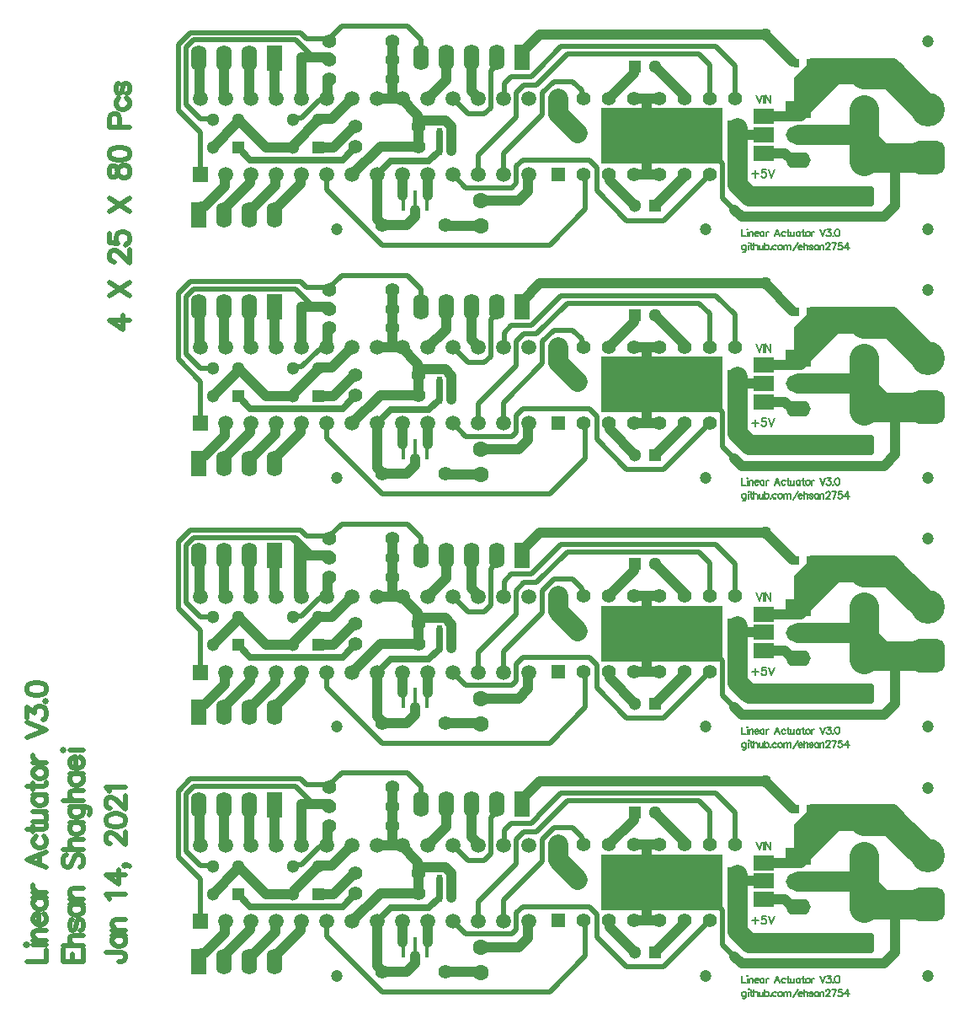
<source format=gtl>
G04*
G04 #@! TF.GenerationSoftware,Altium Limited,Altium Designer,21.4.1 (30)*
G04*
G04 Layer_Physical_Order=1*
G04 Layer_Color=255*
%FSLAX44Y44*%
%MOMM*%
G71*
G04*
G04 #@! TF.SameCoordinates,FEFE2146-3251-4914-805E-4425F9BEF9EB*
G04*
G04*
G04 #@! TF.FilePolarity,Positive*
G04*
G01*
G75*
%ADD10C,0.5000*%
%ADD11C,3.4000*%
G04:AMPARAMS|DCode=12|XSize=3.4mm|YSize=3.4mm|CornerRadius=0.85mm|HoleSize=0mm|Usage=FLASHONLY|Rotation=0.000|XOffset=0mm|YOffset=0mm|HoleType=Round|Shape=RoundedRectangle|*
%AMROUNDEDRECTD12*
21,1,3.4000,1.7000,0,0,0.0*
21,1,1.7000,3.4000,0,0,0.0*
1,1,1.7000,0.8500,-0.8500*
1,1,1.7000,-0.8500,-0.8500*
1,1,1.7000,-0.8500,0.8500*
1,1,1.7000,0.8500,0.8500*
%
%ADD12ROUNDEDRECTD12*%
%ADD13R,0.6000X0.8500*%
%ADD14R,2.0000X1.5000*%
%ADD15R,0.4000X2.0000*%
%ADD16C,1.0000*%
%ADD17C,3.0000*%
%ADD18C,2.0000*%
%ADD19C,0.7000*%
%ADD20C,0.2000*%
%ADD21R,12.1920X5.5880*%
%ADD22R,1.6000X2.6000*%
%ADD23O,1.6000X2.6000*%
%ADD24R,1.4000X1.4000*%
%ADD25C,1.4000*%
%ADD26R,1.3000X1.3000*%
%ADD27C,1.3000*%
%ADD28C,2.0000*%
G04:AMPARAMS|DCode=29|XSize=2mm|YSize=2mm|CornerRadius=0.25mm|HoleSize=0mm|Usage=FLASHONLY|Rotation=270.000|XOffset=0mm|YOffset=0mm|HoleType=Round|Shape=RoundedRectangle|*
%AMROUNDEDRECTD29*
21,1,2.0000,1.5000,0,0,270.0*
21,1,1.5000,2.0000,0,0,270.0*
1,1,0.5000,-0.7500,-0.7500*
1,1,0.5000,-0.7500,0.7500*
1,1,0.5000,0.7500,0.7500*
1,1,0.5000,0.7500,-0.7500*
%
%ADD29ROUNDEDRECTD29*%
%ADD30C,1.2000*%
%ADD31C,1.3970*%
%ADD32C,1.6000*%
%ADD33O,2.5000X1.6000*%
%ADD34R,2.5000X1.8000*%
%ADD35R,1.5000X1.5000*%
%ADD36C,1.5000*%
%ADD37R,1.3000X1.3000*%
%ADD38C,1.2700*%
G36*
X830184Y900723D02*
X822818D01*
Y932757D01*
X837774Y947713D01*
X877174D01*
X830184Y900723D01*
D02*
G37*
G36*
Y650723D02*
X822818D01*
Y682757D01*
X837774Y697713D01*
X877174D01*
X830184Y650723D01*
D02*
G37*
G36*
X325000Y465000D02*
X335000Y455000D01*
X330000Y450000D01*
Y410000D01*
X320000D01*
Y465000D01*
X315000Y470000D01*
X325000D01*
Y465000D01*
D02*
G37*
G36*
X830184Y400723D02*
X822818D01*
Y432757D01*
X837774Y447713D01*
X877174D01*
X830184Y400723D01*
D02*
G37*
G36*
Y150723D02*
X822818D01*
Y182757D01*
X837774Y197713D01*
X877174D01*
X830184Y150723D01*
D02*
G37*
D10*
X134371Y689522D02*
X147702Y680000D01*
Y694283D01*
X134371Y689522D02*
X154367D01*
X134371Y713517D02*
X154367Y726847D01*
X134371D02*
X154367Y713517D01*
X139132Y747985D02*
X138180D01*
X136276Y748938D01*
X135323Y749890D01*
X134371Y751794D01*
Y755603D01*
X135323Y757507D01*
X136276Y758459D01*
X138180Y759412D01*
X140084D01*
X141988Y758459D01*
X144845Y756555D01*
X154367Y747033D01*
Y760364D01*
X134371Y776265D02*
Y766743D01*
X142941Y765791D01*
X141988Y766743D01*
X141036Y769600D01*
Y772456D01*
X141988Y775313D01*
X143893Y777217D01*
X146749Y778169D01*
X148654D01*
X151510Y777217D01*
X153415Y775313D01*
X154367Y772456D01*
Y769600D01*
X153415Y766743D01*
X152463Y765791D01*
X150558Y764839D01*
X134371Y798356D02*
X154367Y811686D01*
X134371D02*
X154367Y798356D01*
X134371Y836633D02*
X135323Y833777D01*
X137228Y832824D01*
X139132D01*
X141036Y833777D01*
X141988Y835681D01*
X142941Y839490D01*
X143893Y842346D01*
X145797Y844251D01*
X147702Y845203D01*
X150558D01*
X152463Y844251D01*
X153415Y843298D01*
X154367Y840442D01*
Y836633D01*
X153415Y833777D01*
X152463Y832824D01*
X150558Y831872D01*
X147702D01*
X145797Y832824D01*
X143893Y834729D01*
X142941Y837585D01*
X141988Y841394D01*
X141036Y843298D01*
X139132Y844251D01*
X137228D01*
X135323Y843298D01*
X134371Y840442D01*
Y836633D01*
Y855391D02*
X135323Y852535D01*
X138180Y850630D01*
X142941Y849678D01*
X145797D01*
X150558Y850630D01*
X153415Y852535D01*
X154367Y855391D01*
Y857295D01*
X153415Y860152D01*
X150558Y862056D01*
X145797Y863008D01*
X142941D01*
X138180Y862056D01*
X135323Y860152D01*
X134371Y857295D01*
Y855391D01*
X144845Y883195D02*
Y891764D01*
X143893Y894621D01*
X142941Y895573D01*
X141036Y896525D01*
X138180D01*
X136276Y895573D01*
X135323Y894621D01*
X134371Y891764D01*
Y883195D01*
X154367D01*
X143893Y912427D02*
X141988Y910522D01*
X141036Y908618D01*
Y905761D01*
X141988Y903857D01*
X143893Y901953D01*
X146749Y901000D01*
X148654D01*
X151510Y901953D01*
X153415Y903857D01*
X154367Y905761D01*
Y908618D01*
X153415Y910522D01*
X151510Y912427D01*
X143893Y927185D02*
X141988Y926233D01*
X141036Y923377D01*
Y920520D01*
X141988Y917663D01*
X143893Y916711D01*
X145797Y917663D01*
X146749Y919568D01*
X147702Y924329D01*
X148654Y926233D01*
X150558Y927185D01*
X151510D01*
X153415Y926233D01*
X154367Y923377D01*
Y920520D01*
X153415Y917663D01*
X151510Y916711D01*
X50955Y45000D02*
X70951D01*
Y56426D01*
X50955Y60521D02*
X51908Y61473D01*
X50955Y62425D01*
X50003Y61473D01*
X50955Y60521D01*
X57621Y61473D02*
X70951D01*
X57621Y65948D02*
X70951D01*
X61429D02*
X58573Y68804D01*
X57621Y70709D01*
Y73565D01*
X58573Y75470D01*
X61429Y76422D01*
X70951D01*
X63334Y81659D02*
Y93085D01*
X61429D01*
X59525Y92133D01*
X58573Y91181D01*
X57621Y89276D01*
Y86420D01*
X58573Y84515D01*
X60477Y82611D01*
X63334Y81659D01*
X65238D01*
X68095Y82611D01*
X69999Y84515D01*
X70951Y86420D01*
Y89276D01*
X69999Y91181D01*
X68095Y93085D01*
X57621Y108796D02*
X70951D01*
X60477D02*
X58573Y106891D01*
X57621Y104987D01*
Y102131D01*
X58573Y100226D01*
X60477Y98322D01*
X63334Y97370D01*
X65238D01*
X68095Y98322D01*
X69999Y100226D01*
X70951Y102131D01*
Y104987D01*
X69999Y106891D01*
X68095Y108796D01*
X57621Y114128D02*
X70951D01*
X63334D02*
X60477Y115080D01*
X58573Y116985D01*
X57621Y118889D01*
Y121746D01*
X70951Y154500D02*
X50955Y146883D01*
X70951Y139265D01*
X64286Y142122D02*
Y151644D01*
X60477Y170592D02*
X58573Y168688D01*
X57621Y166783D01*
Y163927D01*
X58573Y162023D01*
X60477Y160118D01*
X63334Y159166D01*
X65238D01*
X68095Y160118D01*
X69999Y162023D01*
X70951Y163927D01*
Y166783D01*
X69999Y168688D01*
X68095Y170592D01*
X50955Y177733D02*
X67142D01*
X69999Y178686D01*
X70951Y180590D01*
Y182494D01*
X57621Y174877D02*
Y181542D01*
Y185351D02*
X67142D01*
X69999Y186303D01*
X70951Y188207D01*
Y191064D01*
X69999Y192968D01*
X67142Y195825D01*
X57621D02*
X70951D01*
X57621Y212488D02*
X70951D01*
X60477D02*
X58573Y210584D01*
X57621Y208679D01*
Y205823D01*
X58573Y203918D01*
X60477Y202014D01*
X63334Y201062D01*
X65238D01*
X68095Y202014D01*
X69999Y203918D01*
X70951Y205823D01*
Y208679D01*
X69999Y210584D01*
X68095Y212488D01*
X50955Y220677D02*
X67142D01*
X69999Y221629D01*
X70951Y223533D01*
Y225438D01*
X57621Y217820D02*
Y224485D01*
Y233055D02*
X58573Y231151D01*
X60477Y229246D01*
X63334Y228294D01*
X65238D01*
X68095Y229246D01*
X69999Y231151D01*
X70951Y233055D01*
Y235912D01*
X69999Y237816D01*
X68095Y239720D01*
X65238Y240672D01*
X63334D01*
X60477Y239720D01*
X58573Y237816D01*
X57621Y235912D01*
Y233055D01*
Y245052D02*
X70951D01*
X63334D02*
X60477Y246005D01*
X58573Y247909D01*
X57621Y249813D01*
Y252670D01*
X50955Y270190D02*
X70951Y277807D01*
X50955Y285425D02*
X70951Y277807D01*
X50955Y289900D02*
Y300374D01*
X58573Y294661D01*
Y297517D01*
X59525Y299422D01*
X60477Y300374D01*
X63334Y301326D01*
X65238D01*
X68095Y300374D01*
X69999Y298470D01*
X70951Y295613D01*
Y292757D01*
X69999Y289900D01*
X69047Y288948D01*
X67142Y287996D01*
X69047Y306754D02*
X69999Y305801D01*
X70951Y306754D01*
X69999Y307706D01*
X69047Y306754D01*
X50955Y317799D02*
X51908Y314942D01*
X54764Y313038D01*
X59525Y312086D01*
X62381D01*
X67142Y313038D01*
X69999Y314942D01*
X70951Y317799D01*
Y319703D01*
X69999Y322560D01*
X67142Y324464D01*
X62381Y325416D01*
X59525D01*
X54764Y324464D01*
X51908Y322560D01*
X50955Y319703D01*
Y317799D01*
X87902Y57378D02*
Y45000D01*
X107898D01*
Y57378D01*
X97424Y45000D02*
Y52617D01*
X87902Y60711D02*
X107898D01*
X98376D02*
X95520Y63568D01*
X94568Y65472D01*
Y68328D01*
X95520Y70233D01*
X98376Y71185D01*
X107898D01*
X97424Y86896D02*
X95520Y85944D01*
X94568Y83087D01*
Y80231D01*
X95520Y77374D01*
X97424Y76422D01*
X99328Y77374D01*
X100281Y79278D01*
X101233Y84039D01*
X102185Y85944D01*
X104089Y86896D01*
X105042D01*
X106946Y85944D01*
X107898Y83087D01*
Y80231D01*
X106946Y77374D01*
X105042Y76422D01*
X94568Y102512D02*
X107898D01*
X97424D02*
X95520Y100607D01*
X94568Y98703D01*
Y95846D01*
X95520Y93942D01*
X97424Y92037D01*
X100281Y91085D01*
X102185D01*
X105042Y92037D01*
X106946Y93942D01*
X107898Y95846D01*
Y98703D01*
X106946Y100607D01*
X105042Y102512D01*
X94568Y107844D02*
X107898D01*
X98376D02*
X95520Y110700D01*
X94568Y112605D01*
Y115461D01*
X95520Y117365D01*
X98376Y118318D01*
X107898D01*
X90759Y152596D02*
X88855Y150692D01*
X87902Y147835D01*
Y144026D01*
X88855Y141170D01*
X90759Y139265D01*
X92663D01*
X94568Y140218D01*
X95520Y141170D01*
X96472Y143074D01*
X98376Y148787D01*
X99328Y150692D01*
X100281Y151644D01*
X102185Y152596D01*
X105042D01*
X106946Y150692D01*
X107898Y147835D01*
Y144026D01*
X106946Y141170D01*
X105042Y139265D01*
X87902Y157071D02*
X107898D01*
X98376D02*
X95520Y159928D01*
X94568Y161832D01*
Y164689D01*
X95520Y166593D01*
X98376Y167545D01*
X107898D01*
X94568Y184208D02*
X107898D01*
X97424D02*
X95520Y182304D01*
X94568Y180400D01*
Y177543D01*
X95520Y175639D01*
X97424Y173734D01*
X100281Y172782D01*
X102185D01*
X105042Y173734D01*
X106946Y175639D01*
X107898Y177543D01*
Y180400D01*
X106946Y182304D01*
X105042Y184208D01*
X94568Y200967D02*
X109802D01*
X112659Y200014D01*
X113611Y199062D01*
X114563Y197158D01*
Y194301D01*
X113611Y192397D01*
X97424Y200967D02*
X95520Y199062D01*
X94568Y197158D01*
Y194301D01*
X95520Y192397D01*
X97424Y190493D01*
X100281Y189541D01*
X102185D01*
X105042Y190493D01*
X106946Y192397D01*
X107898Y194301D01*
Y197158D01*
X106946Y199062D01*
X105042Y200967D01*
X87902Y206299D02*
X107898D01*
X98376D02*
X95520Y209155D01*
X94568Y211060D01*
Y213916D01*
X95520Y215821D01*
X98376Y216773D01*
X107898D01*
X94568Y233436D02*
X107898D01*
X97424D02*
X95520Y231532D01*
X94568Y229627D01*
Y226771D01*
X95520Y224866D01*
X97424Y222962D01*
X100281Y222010D01*
X102185D01*
X105042Y222962D01*
X106946Y224866D01*
X107898Y226771D01*
Y229627D01*
X106946Y231532D01*
X105042Y233436D01*
X100281Y238768D02*
Y250194D01*
X98376D01*
X96472Y249242D01*
X95520Y248290D01*
X94568Y246385D01*
Y243529D01*
X95520Y241625D01*
X97424Y239720D01*
X100281Y238768D01*
X102185D01*
X105042Y239720D01*
X106946Y241625D01*
X107898Y243529D01*
Y246385D01*
X106946Y248290D01*
X105042Y250194D01*
X87902Y256383D02*
X88855Y257335D01*
X87902Y258288D01*
X86950Y257335D01*
X87902Y256383D01*
X94568Y257335D02*
X107898D01*
X130562Y54522D02*
X145797D01*
X148654Y53570D01*
X149606Y52617D01*
X150558Y50713D01*
Y48809D01*
X149606Y46904D01*
X148654Y45952D01*
X145797Y45000D01*
X143893D01*
X137228Y71090D02*
X150558D01*
X140084D02*
X138180Y69185D01*
X137228Y67281D01*
Y64424D01*
X138180Y62520D01*
X140084Y60616D01*
X142941Y59664D01*
X144845D01*
X147702Y60616D01*
X149606Y62520D01*
X150558Y64424D01*
Y67281D01*
X149606Y69185D01*
X147702Y71090D01*
X137228Y76422D02*
X150558D01*
X141036D02*
X138180Y79278D01*
X137228Y81183D01*
Y84039D01*
X138180Y85944D01*
X141036Y86896D01*
X150558D01*
X134371Y107844D02*
X133419Y109748D01*
X130562Y112605D01*
X150558D01*
X130562Y132029D02*
X143893Y122507D01*
Y136790D01*
X130562Y132029D02*
X150558D01*
X149606Y142217D02*
X150558Y141265D01*
X149606Y140313D01*
X148654Y141265D01*
X149606Y142217D01*
X151510D01*
X153415Y141265D01*
X154367Y140313D01*
X135323Y163260D02*
X134371D01*
X132467Y164213D01*
X131515Y165165D01*
X130562Y167069D01*
Y170878D01*
X131515Y172782D01*
X132467Y173734D01*
X134371Y174687D01*
X136276D01*
X138180Y173734D01*
X141036Y171830D01*
X150558Y162308D01*
Y175639D01*
X130562Y185827D02*
X131515Y182971D01*
X134371Y181066D01*
X139132Y180114D01*
X141989D01*
X146749Y181066D01*
X149606Y182971D01*
X150558Y185827D01*
Y187731D01*
X149606Y190588D01*
X146749Y192492D01*
X141989Y193444D01*
X139132D01*
X134371Y192492D01*
X131515Y190588D01*
X130562Y187731D01*
Y185827D01*
X135323Y198872D02*
X134371D01*
X132467Y199824D01*
X131515Y200776D01*
X130562Y202681D01*
Y206489D01*
X131515Y208394D01*
X132467Y209346D01*
X134371Y210298D01*
X136276D01*
X138180Y209346D01*
X141036Y207441D01*
X150558Y197920D01*
Y211250D01*
X134371Y215725D02*
X133419Y217630D01*
X130562Y220486D01*
X150558D01*
X352918Y70205D02*
Y85445D01*
Y70205D02*
X408635Y14488D01*
X492872Y72491D02*
X538846D01*
X479918Y85445D02*
X492872Y72491D01*
X538846D02*
X543258Y76903D01*
X408635Y14488D02*
X576855D01*
X750882Y62131D02*
Y96675D01*
Y62131D02*
X762874Y50139D01*
X551292Y175615D02*
X563738D01*
X569834Y167667D02*
X581338Y179171D01*
X543418Y143357D02*
Y167741D01*
X531240Y162167D02*
Y176645D01*
X543418Y167741D02*
X551292Y175615D01*
X569834Y145643D02*
Y167667D01*
X565262Y190801D02*
Y190974D01*
X538592Y183997D02*
X558457D01*
X531240Y176645D02*
X538592Y183997D01*
X558457D02*
X565262Y190801D01*
X517858Y189698D02*
X523918Y195758D01*
X563738Y175615D02*
X594552Y206429D01*
X523918Y195758D02*
Y203735D01*
X565262Y190974D02*
X588257Y213969D01*
X447718Y202985D02*
Y220769D01*
X225918Y85445D02*
Y127609D01*
X517858Y152849D02*
Y189698D01*
X479918Y161645D02*
X495158Y146405D01*
X530718Y85445D02*
Y106527D01*
X505318Y85445D02*
Y105257D01*
X530718Y161645D02*
X531240Y162167D01*
X511414Y146405D02*
X517858Y152849D01*
X495158Y146405D02*
X511414D01*
X355712Y222351D02*
X367737Y234376D01*
X434111D02*
X447718Y220769D01*
X530718Y106527D02*
X569834Y145643D01*
X543258Y93667D02*
X549768Y100177D01*
X505318Y105257D02*
X543418Y143357D01*
X238110Y112795D02*
X238458Y112447D01*
X581338Y179171D02*
X600314D01*
X609260Y163867D02*
X610982Y162145D01*
X609260Y163867D02*
Y170225D01*
X600314Y179171D02*
X609260Y170225D01*
X691508Y39471D02*
X737982Y85945D01*
X610982D02*
X612704Y84223D01*
X624190Y69697D02*
X654416Y39471D01*
X624190Y69697D02*
Y92557D01*
X612923Y50556D02*
Y78516D01*
X576855Y14488D02*
X612923Y50556D01*
X745094Y102463D02*
X750882Y96675D01*
X549768Y100177D02*
X616570D01*
X543258Y76903D02*
Y93667D01*
X763382Y162145D02*
Y194665D01*
X737982Y162145D02*
Y195507D01*
X745984Y113893D02*
Y135229D01*
X612704Y78735D02*
X612923Y78516D01*
X616570Y100177D02*
X624190Y92557D01*
X654416Y39471D02*
X691508D01*
X612704Y78735D02*
Y84223D01*
X588257Y213969D02*
X744078D01*
X763382Y194665D01*
X594552Y206429D02*
X727060D01*
X737982Y195507D01*
X237749Y141156D02*
X238110Y140795D01*
X225578Y141156D02*
X237749D01*
X203554Y149973D02*
X225918Y127609D01*
X203554Y216210D02*
X215609Y228265D01*
X211094Y213086D02*
X218733Y220725D01*
X211094Y192284D02*
X211094Y192283D01*
Y155641D02*
Y192283D01*
Y155641D02*
X225578Y141156D01*
X211094Y192284D02*
Y213086D01*
X203554Y149973D02*
Y216210D01*
X319136Y140795D02*
X320667Y142326D01*
X327452D01*
X332344Y222351D02*
X355712D01*
X326430Y228265D02*
X332344Y222351D01*
X321524Y220725D02*
X339229Y203020D01*
X218733Y220725D02*
X321524D01*
X344858Y159732D02*
X351004D01*
X327452Y142326D02*
X344858Y159732D01*
X351004D02*
X352918Y161645D01*
X215609Y228265D02*
X326430D01*
X367737Y234376D02*
X434111D01*
X352918Y320205D02*
Y335445D01*
Y320205D02*
X408635Y264488D01*
X492872Y322491D02*
X538846D01*
X479918Y335445D02*
X492872Y322491D01*
X538846D02*
X543258Y326903D01*
X408635Y264488D02*
X576855D01*
X750882Y312131D02*
Y346675D01*
Y312131D02*
X762874Y300139D01*
X551292Y425615D02*
X563738D01*
X569834Y417667D02*
X581338Y429171D01*
X543418Y393357D02*
Y417741D01*
X531240Y412167D02*
Y426645D01*
X543418Y417741D02*
X551292Y425615D01*
X569834Y395643D02*
Y417667D01*
X565262Y440801D02*
Y440974D01*
X538592Y433997D02*
X558457D01*
X531240Y426645D02*
X538592Y433997D01*
X558457D02*
X565262Y440801D01*
X517858Y439698D02*
X523918Y445758D01*
X563738Y425615D02*
X594552Y456429D01*
X523918Y445758D02*
Y453735D01*
X565262Y440974D02*
X588257Y463969D01*
X447718Y452985D02*
Y470769D01*
X225918Y335445D02*
Y377609D01*
X517858Y402849D02*
Y439698D01*
X479918Y411645D02*
X495158Y396405D01*
X530718Y335445D02*
Y356527D01*
X505318Y335445D02*
Y355257D01*
X530718Y411645D02*
X531240Y412167D01*
X511414Y396405D02*
X517858Y402849D01*
X495158Y396405D02*
X511414D01*
X355712Y472351D02*
X367737Y484376D01*
X434111D02*
X447718Y470769D01*
X530718Y356527D02*
X569834Y395643D01*
X543258Y343667D02*
X549768Y350177D01*
X505318Y355257D02*
X543418Y393357D01*
X238110Y362795D02*
X238458Y362447D01*
X581338Y429171D02*
X600314D01*
X609260Y413867D02*
X610982Y412145D01*
X609260Y413867D02*
Y420225D01*
X600314Y429171D02*
X609260Y420225D01*
X691508Y289471D02*
X737982Y335945D01*
X610982D02*
X612704Y334223D01*
X624190Y319697D02*
X654416Y289471D01*
X624190Y319697D02*
Y342557D01*
X612923Y300556D02*
Y328516D01*
X576855Y264488D02*
X612923Y300556D01*
X745094Y352463D02*
X750882Y346675D01*
X549768Y350177D02*
X616570D01*
X543258Y326903D02*
Y343667D01*
X763382Y412145D02*
Y444665D01*
X737982Y412145D02*
Y445507D01*
X745984Y363893D02*
Y385229D01*
X612704Y328735D02*
X612923Y328516D01*
X616570Y350177D02*
X624190Y342557D01*
X654416Y289471D02*
X691508D01*
X612704Y328735D02*
Y334223D01*
X588257Y463969D02*
X744078D01*
X763382Y444665D01*
X594552Y456429D02*
X727060D01*
X737982Y445507D01*
X237749Y391156D02*
X238110Y390795D01*
X225578Y391156D02*
X237749D01*
X203554Y399973D02*
X225918Y377609D01*
X203554Y466209D02*
X215609Y478265D01*
X211094Y463086D02*
X218733Y470725D01*
X211094Y442284D02*
X211094Y442284D01*
Y405641D02*
Y442284D01*
Y405641D02*
X225578Y391156D01*
X211094Y442284D02*
Y463086D01*
X203554Y399973D02*
Y466209D01*
X319136Y390795D02*
X320667Y392326D01*
X327452D01*
X332344Y472351D02*
X355712D01*
X326430Y478265D02*
X332344Y472351D01*
X321524Y470725D02*
X339229Y453020D01*
X218733Y470725D02*
X321524D01*
X344858Y409731D02*
X351004D01*
X327452Y392326D02*
X344858Y409731D01*
X351004D02*
X352918Y411645D01*
X215609Y478265D02*
X326430D01*
X367737Y484376D02*
X434111D01*
X352918Y570205D02*
Y585445D01*
Y570205D02*
X408635Y514488D01*
X492872Y572491D02*
X538846D01*
X479918Y585445D02*
X492872Y572491D01*
X538846D02*
X543258Y576903D01*
X408635Y514488D02*
X576855D01*
X750882Y562131D02*
Y596675D01*
Y562131D02*
X762874Y550139D01*
X551292Y675615D02*
X563738D01*
X569834Y667667D02*
X581338Y679171D01*
X543418Y643357D02*
Y667741D01*
X531240Y662167D02*
Y676645D01*
X543418Y667741D02*
X551292Y675615D01*
X569834Y645643D02*
Y667667D01*
X565262Y690801D02*
Y690974D01*
X538592Y683997D02*
X558457D01*
X531240Y676645D02*
X538592Y683997D01*
X558457D02*
X565262Y690801D01*
X517858Y689698D02*
X523918Y695758D01*
X563738Y675615D02*
X594552Y706429D01*
X523918Y695758D02*
Y703735D01*
X565262Y690974D02*
X588257Y713969D01*
X447718Y702985D02*
Y720769D01*
X225918Y585445D02*
Y627609D01*
X517858Y652849D02*
Y689698D01*
X479918Y661645D02*
X495158Y646405D01*
X530718Y585445D02*
Y606527D01*
X505318Y585445D02*
Y605257D01*
X530718Y661645D02*
X531240Y662167D01*
X511414Y646405D02*
X517858Y652849D01*
X495158Y646405D02*
X511414D01*
X355712Y722351D02*
X367737Y734376D01*
X434111D02*
X447718Y720769D01*
X530718Y606527D02*
X569834Y645643D01*
X543258Y593667D02*
X549768Y600177D01*
X505318Y605257D02*
X543418Y643357D01*
X238110Y612795D02*
X238458Y612447D01*
X581338Y679171D02*
X600314D01*
X609260Y663867D02*
X610982Y662145D01*
X609260Y663867D02*
Y670225D01*
X600314Y679171D02*
X609260Y670225D01*
X691508Y539471D02*
X737982Y585945D01*
X610982D02*
X612704Y584223D01*
X624190Y569697D02*
X654416Y539471D01*
X624190Y569697D02*
Y592557D01*
X612923Y550556D02*
Y578516D01*
X576855Y514488D02*
X612923Y550556D01*
X745094Y602463D02*
X750882Y596675D01*
X549768Y600177D02*
X616570D01*
X543258Y576903D02*
Y593667D01*
X763382Y662145D02*
Y694665D01*
X737982Y662145D02*
Y695507D01*
X745984Y613893D02*
Y635229D01*
X612704Y578735D02*
X612923Y578516D01*
X616570Y600177D02*
X624190Y592557D01*
X654416Y539471D02*
X691508D01*
X612704Y578735D02*
Y584223D01*
X588257Y713969D02*
X744078D01*
X763382Y694665D01*
X594552Y706429D02*
X727060D01*
X737982Y695507D01*
X237749Y641156D02*
X238110Y640795D01*
X225578Y641156D02*
X237749D01*
X203554Y649973D02*
X225918Y627609D01*
X203554Y716209D02*
X215609Y728265D01*
X211094Y713086D02*
X218733Y720725D01*
X211094Y692284D02*
X211094Y692283D01*
Y655641D02*
Y692283D01*
Y655641D02*
X225578Y641156D01*
X211094Y692284D02*
Y713086D01*
X203554Y649973D02*
Y716209D01*
X319136Y640795D02*
X320667Y642326D01*
X327452D01*
X332344Y722351D02*
X355712D01*
X326430Y728265D02*
X332344Y722351D01*
X321524Y720725D02*
X339229Y703020D01*
X218733Y720725D02*
X321524D01*
X344858Y659732D02*
X351004D01*
X327452Y642326D02*
X344858Y659732D01*
X351004D02*
X352918Y661645D01*
X215609Y728265D02*
X326430D01*
X367737Y734376D02*
X434111D01*
X352918Y820205D02*
Y835445D01*
Y820205D02*
X408635Y764488D01*
X492872Y822491D02*
X538846D01*
X479918Y835445D02*
X492872Y822491D01*
X538846D02*
X543258Y826903D01*
X408635Y764488D02*
X576855D01*
X750882Y812131D02*
Y846675D01*
Y812131D02*
X762874Y800139D01*
X551292Y925615D02*
X563738D01*
X569834Y917667D02*
X581338Y929171D01*
X543418Y893357D02*
Y917741D01*
X531240Y912167D02*
Y926645D01*
X543418Y917741D02*
X551292Y925615D01*
X569834Y895643D02*
Y917667D01*
X565262Y940801D02*
Y940974D01*
X538592Y933997D02*
X558457D01*
X531240Y926645D02*
X538592Y933997D01*
X558457D02*
X565262Y940801D01*
X517858Y939698D02*
X523918Y945758D01*
X563738Y925615D02*
X594552Y956429D01*
X523918Y945758D02*
Y953735D01*
X565262Y940974D02*
X588257Y963969D01*
X447718Y952985D02*
Y970769D01*
X225918Y835445D02*
Y877609D01*
X517858Y902849D02*
Y939698D01*
X479918Y911645D02*
X495158Y896405D01*
X530718Y835445D02*
Y856527D01*
X505318Y835445D02*
Y855257D01*
X530718Y911645D02*
X531240Y912167D01*
X511414Y896405D02*
X517858Y902849D01*
X495158Y896405D02*
X511414D01*
X355712Y972351D02*
X367737Y984376D01*
X434111D02*
X447718Y970769D01*
X530718Y856527D02*
X569834Y895643D01*
X543258Y843667D02*
X549768Y850177D01*
X505318Y855257D02*
X543418Y893357D01*
X238110Y862795D02*
X238458Y862447D01*
X581338Y929171D02*
X600314D01*
X609260Y913867D02*
X610982Y912145D01*
X609260Y913867D02*
Y920225D01*
X600314Y929171D02*
X609260Y920225D01*
X691508Y789471D02*
X737982Y835945D01*
X610982D02*
X612704Y834223D01*
X624190Y819697D02*
X654416Y789471D01*
X624190Y819697D02*
Y842557D01*
X612923Y800556D02*
Y828516D01*
X576855Y764488D02*
X612923Y800556D01*
X745094Y852463D02*
X750882Y846675D01*
X549768Y850177D02*
X616570D01*
X543258Y826903D02*
Y843667D01*
X763382Y912145D02*
Y944665D01*
X737982Y912145D02*
Y945507D01*
X745984Y863893D02*
Y885229D01*
X612704Y828735D02*
X612923Y828516D01*
X616570Y850177D02*
X624190Y842557D01*
X654416Y789471D02*
X691508D01*
X612704Y828735D02*
Y834223D01*
X588257Y963969D02*
X744078D01*
X763382Y944665D01*
X594552Y956429D02*
X727060D01*
X737982Y945507D01*
X237749Y891156D02*
X238110Y890795D01*
X225578Y891156D02*
X237749D01*
X203554Y899973D02*
X225918Y877609D01*
X203554Y966209D02*
X215609Y978265D01*
X211094Y963086D02*
X218733Y970725D01*
X211094Y942284D02*
X211094Y942283D01*
Y905641D02*
Y942283D01*
Y905641D02*
X225578Y891156D01*
X211094Y942284D02*
Y963086D01*
X203554Y899973D02*
Y966209D01*
X319136Y890795D02*
X320667Y892326D01*
X327452D01*
X332344Y972351D02*
X355712D01*
X326430Y978265D02*
X332344Y972351D01*
X321524Y970725D02*
X339229Y953020D01*
X218733Y970725D02*
X321524D01*
X344858Y909732D02*
X351004D01*
X327452Y892326D02*
X344858Y909732D01*
X351004D02*
X352918Y911645D01*
X215609Y978265D02*
X326430D01*
X367737Y984376D02*
X434111D01*
D11*
X957184Y151231D02*
D03*
Y401231D02*
D03*
Y651231D02*
D03*
Y901231D02*
D03*
D12*
Y102231D02*
D03*
Y352231D02*
D03*
Y602231D02*
D03*
Y852231D02*
D03*
D13*
X758428Y113893D02*
D03*
X745984D02*
D03*
X478266Y128117D02*
D03*
X465822D02*
D03*
X478266Y109575D02*
D03*
X465822D02*
D03*
X837774Y197713D02*
D03*
X825330D02*
D03*
X758428Y135229D02*
D03*
X745984D02*
D03*
X758428Y363893D02*
D03*
X745984D02*
D03*
X478266Y378117D02*
D03*
X465822D02*
D03*
X478266Y359575D02*
D03*
X465822D02*
D03*
X837774Y447713D02*
D03*
X825330D02*
D03*
X758428Y385229D02*
D03*
X745984D02*
D03*
X758428Y613893D02*
D03*
X745984D02*
D03*
X478266Y628117D02*
D03*
X465822D02*
D03*
X478266Y609575D02*
D03*
X465822D02*
D03*
X837774Y697713D02*
D03*
X825330D02*
D03*
X758428Y635229D02*
D03*
X745984D02*
D03*
X758428Y863893D02*
D03*
X745984D02*
D03*
X478266Y878117D02*
D03*
X465822D02*
D03*
X478266Y859575D02*
D03*
X465822D02*
D03*
X837774Y947713D02*
D03*
X825330D02*
D03*
X758428Y885229D02*
D03*
X745984D02*
D03*
D14*
X791830Y107196D02*
D03*
Y144026D02*
D03*
X792084Y125738D02*
D03*
X791830Y357196D02*
D03*
Y394026D02*
D03*
X792084Y375738D02*
D03*
X791830Y607196D02*
D03*
Y644026D02*
D03*
X792084Y625738D02*
D03*
X791830Y857196D02*
D03*
Y894026D02*
D03*
X792084Y875738D02*
D03*
D15*
X429564Y59537D02*
D03*
X441564D02*
D03*
X453564D02*
D03*
X429564Y309537D02*
D03*
X441564D02*
D03*
X453564D02*
D03*
X429564Y559537D02*
D03*
X441564D02*
D03*
X453564D02*
D03*
X429564Y809537D02*
D03*
X441564D02*
D03*
X453564D02*
D03*
D16*
X507477Y34264D02*
X507858Y33883D01*
Y59283D02*
X545704D01*
X555161Y68740D01*
X441638Y43101D02*
Y50441D01*
X454041Y64537D02*
Y84968D01*
X429341Y64537D02*
Y85222D01*
X429118Y85445D02*
X429341Y85222D01*
X454041Y84968D02*
X454518Y85445D01*
X403718Y40998D02*
Y85445D01*
X274834Y45059D02*
Y48509D01*
X301161Y74836D01*
X300234Y45059D02*
X302194Y47019D01*
X249434Y45059D02*
Y50495D01*
X302194Y52019D02*
X326561Y76386D01*
X229858Y53059D02*
X250361Y73562D01*
X227034Y53059D02*
X229858D01*
X302194Y47019D02*
Y52019D01*
X249434Y50495D02*
X275761Y76823D01*
X555161Y68740D02*
Y84488D01*
X556118Y85445D01*
X326561Y76386D02*
Y84488D01*
X250361Y73562D02*
Y84488D01*
X326561D02*
X327518Y85445D01*
X301161Y74836D02*
Y84488D01*
X275761D02*
X276718Y85445D01*
X250361Y84488D02*
X251318Y85445D01*
X301161Y84488D02*
X302118Y85445D01*
X275761Y76823D02*
Y84488D01*
X408996Y34645D02*
X433182D01*
X408996D02*
Y35719D01*
X472496Y34645D02*
X472877Y34264D01*
X507477D01*
X433182Y34645D02*
X441638Y43101D01*
X403718Y40998D02*
X408996Y35719D01*
X821025Y99923D02*
X826882D01*
X791830Y144026D02*
X829235D01*
X831566Y146357D01*
X791830Y107196D02*
X813752D01*
X821025Y99923D01*
X762874Y50139D02*
X769986Y43027D01*
X772111Y125738D02*
X792084D01*
X769986Y43027D02*
X913242D01*
X924418Y54203D01*
Y102231D01*
X840344Y197713D02*
X892668D01*
X922278D02*
X930268Y189723D01*
X892668Y197713D02*
X922278D01*
X406639Y113766D02*
X406766Y113639D01*
X344536Y112795D02*
X359211D01*
X549318Y207985D02*
X567311Y225978D01*
X549318Y202985D02*
Y207985D01*
X473118Y180245D02*
Y203735D01*
X445374Y139907D02*
X471945D01*
X378318Y85445D02*
X406639Y113766D01*
X359211Y112795D02*
X379616Y133199D01*
X498518Y169798D02*
X505318Y162998D01*
X498518Y169798D02*
Y203735D01*
X505318Y161645D02*
Y162998D01*
X406766Y113639D02*
X445374D01*
X478266Y128117D02*
Y133586D01*
Y109575D02*
Y128117D01*
X471945Y139907D02*
X478266Y133586D01*
X418704Y200480D02*
Y219811D01*
Y181149D02*
Y200480D01*
X445374Y113639D02*
Y133959D01*
X319710Y115543D02*
X344536Y140369D01*
X403718Y161645D02*
X418704D01*
X263510Y140795D02*
X291510Y112795D01*
X344536Y140369D02*
Y140795D01*
X345110Y141369D02*
X358042D01*
X319710Y113369D02*
Y115543D01*
X291510Y112795D02*
X319136D01*
X238110D02*
Y112940D01*
X262936Y137766D01*
X319136Y112795D02*
X319710Y113369D01*
X418704Y163171D02*
X419274Y162602D01*
X428161D01*
X444614Y139907D02*
Y145133D01*
Y134719D02*
Y139907D01*
X428161Y162602D02*
X429118Y161645D01*
X444614Y134719D02*
X445374Y133959D01*
X418704Y163171D02*
Y181149D01*
X428102Y161645D02*
X444614Y145133D01*
X429118Y161645D02*
X430075Y160688D01*
X454518Y161645D02*
X473118Y180245D01*
X418704Y161645D02*
X428102D01*
X711816Y82734D02*
Y85180D01*
X712582Y85945D01*
X683032Y53949D02*
X711816Y82734D01*
X637147Y79834D02*
Y85180D01*
X674482Y85945D02*
X687182D01*
X661782D02*
X674482D01*
X637147Y79834D02*
X663032Y53949D01*
X636382Y85945D02*
X637147Y85180D01*
X766176Y131673D02*
X772111Y125738D01*
X674482Y85945D02*
Y124561D01*
X636382Y162145D02*
X661532Y187295D01*
X661782Y162145D02*
X674482D01*
X711816Y162910D02*
X712582Y162145D01*
X674482D02*
X687182D01*
X765668Y132181D02*
X766176Y131673D01*
X683032Y194336D02*
X711816Y165551D01*
Y162910D02*
Y165551D01*
X661532Y187295D02*
Y192836D01*
X674482Y124561D02*
Y162145D01*
X661532Y192836D02*
X663032Y194336D01*
X567311Y225978D02*
X793537D01*
X820786Y198729D01*
X262936Y140221D02*
X263510Y140795D01*
X262936Y137766D02*
Y140221D01*
X225026Y162537D02*
Y201793D01*
Y162537D02*
X225918Y161645D01*
X224134Y202685D02*
X225026Y201793D01*
X302118Y161645D02*
Y162998D01*
X300334Y164782D02*
Y202685D01*
Y164782D02*
X302118Y162998D01*
X327518Y161645D02*
Y203020D01*
X328475D02*
X339229D01*
X355204D01*
X379616Y133199D02*
X381114D01*
X381874Y133959D01*
X352918Y161645D02*
X353875Y162602D01*
Y181793D01*
X358042Y141369D02*
X378318Y161645D01*
X344536Y140795D02*
X345110Y141369D01*
X251318Y161645D02*
Y162998D01*
X274934Y164782D02*
X276718Y162998D01*
X249534Y164782D02*
X251318Y162998D01*
X276718Y161645D02*
Y162998D01*
X274934Y164782D02*
Y202685D01*
X249534Y164782D02*
Y202685D01*
X507477Y284264D02*
X507858Y283883D01*
Y309283D02*
X545704D01*
X555161Y318740D01*
X441638Y293101D02*
Y300441D01*
X454041Y314537D02*
Y334968D01*
X429341Y314537D02*
Y335222D01*
X429118Y335445D02*
X429341Y335222D01*
X454041Y334968D02*
X454518Y335445D01*
X403718Y290998D02*
Y335445D01*
X274834Y295059D02*
Y298509D01*
X301161Y324836D01*
X300234Y295059D02*
X302194Y297019D01*
X249434Y295059D02*
Y300495D01*
X302194Y302019D02*
X326561Y326386D01*
X229858Y303059D02*
X250361Y323562D01*
X227034Y303059D02*
X229858D01*
X302194Y297019D02*
Y302019D01*
X249434Y300495D02*
X275761Y326823D01*
X555161Y318740D02*
Y334488D01*
X556118Y335445D01*
X326561Y326386D02*
Y334488D01*
X250361Y323562D02*
Y334488D01*
X326561D02*
X327518Y335445D01*
X301161Y324836D02*
Y334488D01*
X275761D02*
X276718Y335445D01*
X250361Y334488D02*
X251318Y335445D01*
X301161Y334488D02*
X302118Y335445D01*
X275761Y326823D02*
Y334488D01*
X408996Y284645D02*
X433182D01*
X408996D02*
Y285719D01*
X472496Y284645D02*
X472877Y284264D01*
X507477D01*
X433182Y284645D02*
X441638Y293101D01*
X403718Y290998D02*
X408996Y285719D01*
X821025Y349923D02*
X826882D01*
X791830Y394026D02*
X829235D01*
X831566Y396357D01*
X791830Y357196D02*
X813752D01*
X821025Y349923D01*
X762874Y300139D02*
X769986Y293027D01*
X772111Y375738D02*
X792084D01*
X769986Y293027D02*
X913242D01*
X924418Y304203D01*
Y352231D01*
X840344Y447713D02*
X892668D01*
X922278D02*
X930268Y439723D01*
X892668Y447713D02*
X922278D01*
X406639Y363766D02*
X406766Y363639D01*
X344536Y362795D02*
X359211D01*
X549318Y457985D02*
X567311Y475978D01*
X549318Y452985D02*
Y457985D01*
X473118Y430245D02*
Y453735D01*
X445374Y389907D02*
X471945D01*
X378318Y335445D02*
X406639Y363766D01*
X359211Y362795D02*
X379616Y383199D01*
X498518Y419798D02*
X505318Y412998D01*
X498518Y419798D02*
Y453735D01*
X505318Y411645D02*
Y412998D01*
X406766Y363639D02*
X445374D01*
X478266Y378117D02*
Y383586D01*
Y359575D02*
Y378117D01*
X471945Y389907D02*
X478266Y383586D01*
X418704Y450480D02*
Y469811D01*
Y431149D02*
Y450480D01*
X445374Y363639D02*
Y383959D01*
X319710Y365543D02*
X344536Y390369D01*
X403718Y411645D02*
X418704D01*
X263510Y390795D02*
X291510Y362795D01*
X344536Y390369D02*
Y390795D01*
X345110Y391369D02*
X358042D01*
X319710Y363369D02*
Y365543D01*
X291510Y362795D02*
X319136D01*
X238110D02*
Y362940D01*
X262936Y387766D01*
X319136Y362795D02*
X319710Y363369D01*
X418704Y413171D02*
X419274Y412602D01*
X428161D01*
X444614Y389907D02*
Y395133D01*
Y384719D02*
Y389907D01*
X428161Y412602D02*
X429118Y411645D01*
X444614Y384719D02*
X445374Y383959D01*
X418704Y413171D02*
Y431149D01*
X428102Y411645D02*
X444614Y395133D01*
X429118Y411645D02*
X430075Y410688D01*
X454518Y411645D02*
X473118Y430245D01*
X418704Y411645D02*
X428102D01*
X711816Y332734D02*
Y335180D01*
X712582Y335945D01*
X683032Y303949D02*
X711816Y332734D01*
X637147Y329834D02*
Y335180D01*
X674482Y335945D02*
X687182D01*
X661782D02*
X674482D01*
X637147Y329834D02*
X663032Y303949D01*
X636382Y335945D02*
X637147Y335180D01*
X766176Y381673D02*
X772111Y375738D01*
X674482Y335945D02*
Y374561D01*
X636382Y412145D02*
X661532Y437295D01*
X661782Y412145D02*
X674482D01*
X711816Y412910D02*
X712582Y412145D01*
X674482D02*
X687182D01*
X765668Y382181D02*
X766176Y381673D01*
X683032Y444336D02*
X711816Y415551D01*
Y412910D02*
Y415551D01*
X661532Y437295D02*
Y442836D01*
X674482Y374561D02*
Y412145D01*
X661532Y442836D02*
X663032Y444336D01*
X567311Y475978D02*
X793537D01*
X820786Y448729D01*
X262936Y390221D02*
X263510Y390795D01*
X262936Y387766D02*
Y390221D01*
X225026Y412537D02*
Y451793D01*
Y412537D02*
X225918Y411645D01*
X224134Y452685D02*
X225026Y451793D01*
X302118Y411645D02*
Y412998D01*
X300334Y414782D02*
Y452685D01*
Y414782D02*
X302118Y412998D01*
X327518Y411645D02*
Y453020D01*
X328475D02*
X339229D01*
X355204D01*
X379616Y383199D02*
X381114D01*
X381874Y383959D01*
X352918Y411645D02*
X353875Y412602D01*
Y431793D01*
X358042Y391369D02*
X378318Y411645D01*
X344536Y390795D02*
X345110Y391369D01*
X251318Y411645D02*
Y412998D01*
X274934Y414782D02*
X276718Y412998D01*
X249534Y414782D02*
X251318Y412998D01*
X276718Y411645D02*
Y412998D01*
X274934Y414782D02*
Y452685D01*
X249534Y414782D02*
Y452685D01*
X507477Y534264D02*
X507858Y533883D01*
Y559283D02*
X545704D01*
X555161Y568740D01*
X441638Y543101D02*
Y550441D01*
X454041Y564537D02*
Y584968D01*
X429341Y564537D02*
Y585222D01*
X429118Y585445D02*
X429341Y585222D01*
X454041Y584968D02*
X454518Y585445D01*
X403718Y540998D02*
Y585445D01*
X274834Y545059D02*
Y548509D01*
X301161Y574836D01*
X300234Y545059D02*
X302194Y547019D01*
X249434Y545059D02*
Y550495D01*
X302194Y552019D02*
X326561Y576386D01*
X229858Y553059D02*
X250361Y573562D01*
X227034Y553059D02*
X229858D01*
X302194Y547019D02*
Y552019D01*
X249434Y550495D02*
X275761Y576823D01*
X555161Y568740D02*
Y584488D01*
X556118Y585445D01*
X326561Y576386D02*
Y584488D01*
X250361Y573562D02*
Y584488D01*
X326561D02*
X327518Y585445D01*
X301161Y574836D02*
Y584488D01*
X275761D02*
X276718Y585445D01*
X250361Y584488D02*
X251318Y585445D01*
X301161Y584488D02*
X302118Y585445D01*
X275761Y576823D02*
Y584488D01*
X408996Y534645D02*
X433182D01*
X408996D02*
Y535719D01*
X472496Y534645D02*
X472877Y534264D01*
X507477D01*
X433182Y534645D02*
X441638Y543101D01*
X403718Y540998D02*
X408996Y535719D01*
X821025Y599923D02*
X826882D01*
X791830Y644026D02*
X829235D01*
X831566Y646357D01*
X791830Y607196D02*
X813752D01*
X821025Y599923D01*
X762874Y550139D02*
X769986Y543027D01*
X772111Y625738D02*
X792084D01*
X769986Y543027D02*
X913242D01*
X924418Y554203D01*
Y602231D01*
X840344Y697713D02*
X892668D01*
X922278D02*
X930268Y689723D01*
X892668Y697713D02*
X922278D01*
X406639Y613766D02*
X406766Y613639D01*
X344536Y612795D02*
X359211D01*
X549318Y707985D02*
X567311Y725978D01*
X549318Y702985D02*
Y707985D01*
X473118Y680245D02*
Y703735D01*
X445374Y639907D02*
X471945D01*
X378318Y585445D02*
X406639Y613766D01*
X359211Y612795D02*
X379616Y633199D01*
X498518Y669798D02*
X505318Y662998D01*
X498518Y669798D02*
Y703735D01*
X505318Y661645D02*
Y662998D01*
X406766Y613639D02*
X445374D01*
X478266Y628117D02*
Y633586D01*
Y609575D02*
Y628117D01*
X471945Y639907D02*
X478266Y633586D01*
X418704Y700480D02*
Y719811D01*
Y681149D02*
Y700480D01*
X445374Y613639D02*
Y633959D01*
X319710Y615543D02*
X344536Y640369D01*
X403718Y661645D02*
X418704D01*
X263510Y640795D02*
X291510Y612795D01*
X344536Y640369D02*
Y640795D01*
X345110Y641369D02*
X358042D01*
X319710Y613369D02*
Y615543D01*
X291510Y612795D02*
X319136D01*
X238110D02*
Y612940D01*
X262936Y637766D01*
X319136Y612795D02*
X319710Y613369D01*
X418704Y663171D02*
X419274Y662602D01*
X428161D01*
X444614Y639907D02*
Y645133D01*
Y634719D02*
Y639907D01*
X428161Y662602D02*
X429118Y661645D01*
X444614Y634719D02*
X445374Y633959D01*
X418704Y663171D02*
Y681149D01*
X428102Y661645D02*
X444614Y645133D01*
X429118Y661645D02*
X430075Y660688D01*
X454518Y661645D02*
X473118Y680245D01*
X418704Y661645D02*
X428102D01*
X711816Y582734D02*
Y585180D01*
X712582Y585945D01*
X683032Y553949D02*
X711816Y582734D01*
X637147Y579834D02*
Y585180D01*
X674482Y585945D02*
X687182D01*
X661782D02*
X674482D01*
X637147Y579834D02*
X663032Y553949D01*
X636382Y585945D02*
X637147Y585180D01*
X766176Y631673D02*
X772111Y625738D01*
X674482Y585945D02*
Y624561D01*
X636382Y662145D02*
X661532Y687295D01*
X661782Y662145D02*
X674482D01*
X711816Y662910D02*
X712582Y662145D01*
X674482D02*
X687182D01*
X765668Y632181D02*
X766176Y631673D01*
X683032Y694336D02*
X711816Y665552D01*
Y662910D02*
Y665552D01*
X661532Y687295D02*
Y692836D01*
X674482Y624561D02*
Y662145D01*
X661532Y692836D02*
X663032Y694336D01*
X567311Y725978D02*
X793537D01*
X820786Y698729D01*
X262936Y640221D02*
X263510Y640795D01*
X262936Y637766D02*
Y640221D01*
X225026Y662537D02*
Y701793D01*
Y662537D02*
X225918Y661645D01*
X224134Y702685D02*
X225026Y701793D01*
X302118Y661645D02*
Y662998D01*
X300334Y664782D02*
Y702685D01*
Y664782D02*
X302118Y662998D01*
X327518Y661645D02*
Y703020D01*
X328475D02*
X339229D01*
X355204D01*
X379616Y633199D02*
X381114D01*
X381874Y633959D01*
X352918Y661645D02*
X353875Y662602D01*
Y681793D01*
X358042Y641369D02*
X378318Y661645D01*
X344536Y640795D02*
X345110Y641369D01*
X251318Y661645D02*
Y662998D01*
X274934Y664782D02*
X276718Y662998D01*
X249534Y664782D02*
X251318Y662998D01*
X276718Y661645D02*
Y662998D01*
X274934Y664782D02*
Y702685D01*
X249534Y664782D02*
Y702685D01*
X507477Y784264D02*
X507858Y783883D01*
Y809283D02*
X545704D01*
X555161Y818740D01*
X441638Y793101D02*
Y800441D01*
X454041Y814537D02*
Y834968D01*
X429341Y814537D02*
Y835222D01*
X429118Y835445D02*
X429341Y835222D01*
X454041Y834968D02*
X454518Y835445D01*
X403718Y790998D02*
Y835445D01*
X274834Y795059D02*
Y798509D01*
X301161Y824836D01*
X300234Y795059D02*
X302194Y797019D01*
X249434Y795059D02*
Y800495D01*
X302194Y802019D02*
X326561Y826386D01*
X229858Y803059D02*
X250361Y823562D01*
X227034Y803059D02*
X229858D01*
X302194Y797019D02*
Y802019D01*
X249434Y800495D02*
X275761Y826823D01*
X555161Y818740D02*
Y834488D01*
X556118Y835445D01*
X326561Y826386D02*
Y834488D01*
X250361Y823562D02*
Y834488D01*
X326561D02*
X327518Y835445D01*
X301161Y824836D02*
Y834488D01*
X275761D02*
X276718Y835445D01*
X250361Y834488D02*
X251318Y835445D01*
X301161Y834488D02*
X302118Y835445D01*
X275761Y826823D02*
Y834488D01*
X408996Y784645D02*
X433182D01*
X408996D02*
Y785719D01*
X472496Y784645D02*
X472877Y784264D01*
X507477D01*
X433182Y784645D02*
X441638Y793101D01*
X403718Y790998D02*
X408996Y785719D01*
X821025Y849923D02*
X826882D01*
X791830Y894026D02*
X829235D01*
X831566Y896357D01*
X791830Y857196D02*
X813752D01*
X821025Y849923D01*
X762874Y800139D02*
X769986Y793027D01*
X772111Y875738D02*
X792084D01*
X769986Y793027D02*
X913242D01*
X924418Y804203D01*
Y852231D01*
X840344Y947713D02*
X892668D01*
X922278D02*
X930268Y939723D01*
X892668Y947713D02*
X922278D01*
X406639Y863766D02*
X406766Y863639D01*
X344536Y862795D02*
X359211D01*
X549318Y957985D02*
X567311Y975978D01*
X549318Y952985D02*
Y957985D01*
X473118Y930245D02*
Y953735D01*
X445374Y889907D02*
X471945D01*
X378318Y835445D02*
X406639Y863766D01*
X359211Y862795D02*
X379616Y883199D01*
X498518Y919798D02*
X505318Y912998D01*
X498518Y919798D02*
Y953735D01*
X505318Y911645D02*
Y912998D01*
X406766Y863639D02*
X445374D01*
X478266Y878117D02*
Y883586D01*
Y859575D02*
Y878117D01*
X471945Y889907D02*
X478266Y883586D01*
X418704Y950480D02*
Y969811D01*
Y931149D02*
Y950480D01*
X445374Y863639D02*
Y883959D01*
X319710Y865543D02*
X344536Y890369D01*
X403718Y911645D02*
X418704D01*
X263510Y890795D02*
X291510Y862795D01*
X344536Y890369D02*
Y890795D01*
X345110Y891369D02*
X358042D01*
X319710Y863369D02*
Y865543D01*
X291510Y862795D02*
X319136D01*
X238110D02*
Y862940D01*
X262936Y887766D01*
X319136Y862795D02*
X319710Y863369D01*
X418704Y913171D02*
X419274Y912602D01*
X428161D01*
X444614Y889907D02*
Y895133D01*
Y884719D02*
Y889907D01*
X428161Y912602D02*
X429118Y911645D01*
X444614Y884719D02*
X445374Y883959D01*
X418704Y913171D02*
Y931149D01*
X428102Y911645D02*
X444614Y895133D01*
X429118Y911645D02*
X430075Y910688D01*
X454518Y911645D02*
X473118Y930245D01*
X418704Y911645D02*
X428102D01*
X711816Y832734D02*
Y835180D01*
X712582Y835945D01*
X683032Y803949D02*
X711816Y832734D01*
X637147Y829834D02*
Y835180D01*
X674482Y835945D02*
X687182D01*
X661782D02*
X674482D01*
X637147Y829834D02*
X663032Y803949D01*
X636382Y835945D02*
X637147Y835180D01*
X766176Y881673D02*
X772111Y875738D01*
X674482Y835945D02*
Y874561D01*
X636382Y912145D02*
X661532Y937295D01*
X661782Y912145D02*
X674482D01*
X711816Y912910D02*
X712582Y912145D01*
X674482D02*
X687182D01*
X765668Y882181D02*
X766176Y881673D01*
X683032Y944336D02*
X711816Y915552D01*
Y912910D02*
Y915552D01*
X661532Y937295D02*
Y942836D01*
X674482Y874561D02*
Y912145D01*
X661532Y942836D02*
X663032Y944336D01*
X567311Y975978D02*
X793537D01*
X820786Y948729D01*
X262936Y890221D02*
X263510Y890795D01*
X262936Y887766D02*
Y890221D01*
X225026Y912537D02*
Y951793D01*
Y912537D02*
X225918Y911645D01*
X224134Y952685D02*
X225026Y951793D01*
X302118Y911645D02*
Y912998D01*
X300334Y914782D02*
Y952685D01*
Y914782D02*
X302118Y912998D01*
X327518Y911645D02*
Y953020D01*
X328475D02*
X339229D01*
X355204D01*
X379616Y883199D02*
X381114D01*
X381874Y883959D01*
X352918Y911645D02*
X353875Y912602D01*
Y931793D01*
X358042Y891369D02*
X378318Y911645D01*
X344536Y890795D02*
X345110Y891369D01*
X251318Y911645D02*
Y912998D01*
X274934Y914782D02*
X276718Y912998D01*
X249534Y914782D02*
X251318Y912998D01*
X276718Y911645D02*
Y912998D01*
X274934Y914782D02*
Y952685D01*
X249534Y914782D02*
Y952685D01*
D17*
X956102Y151231D02*
X957184D01*
X892668Y99363D02*
X893150Y98881D01*
X896500Y102231D01*
X892668Y99363D02*
Y118719D01*
X893150D02*
X903069Y108800D01*
X925180Y102231D02*
X957184D01*
X896500D02*
X924418D01*
X892668Y186029D02*
X920542D01*
X892668Y119201D02*
Y151029D01*
X923558Y183013D02*
X955340Y151231D01*
X956102Y401231D02*
X957184D01*
X892668Y349363D02*
X893150Y348881D01*
X896500Y352231D01*
X892668Y349363D02*
Y368719D01*
X893150D02*
X903069Y358800D01*
X925180Y352231D02*
X957184D01*
X896500D02*
X924418D01*
X892668Y436029D02*
X920542D01*
X892668Y369201D02*
Y401029D01*
X923558Y433013D02*
X955340Y401231D01*
X956102Y651231D02*
X957184D01*
X892668Y599363D02*
X893150Y598881D01*
X896500Y602231D01*
X892668Y599363D02*
Y618719D01*
X893150D02*
X903069Y608800D01*
X925180Y602231D02*
X957184D01*
X896500D02*
X924418D01*
X892668Y686029D02*
X920542D01*
X892668Y619201D02*
Y651029D01*
X923558Y683013D02*
X955340Y651231D01*
X956102Y901231D02*
X957184D01*
X892668Y849363D02*
X893150Y848881D01*
X896500Y852231D01*
X892668Y849363D02*
Y868719D01*
X893150D02*
X903069Y858800D01*
X925180Y852231D02*
X957184D01*
X896500D02*
X924418D01*
X892668Y936029D02*
X920542D01*
X892668Y869201D02*
Y901029D01*
X923558Y933013D02*
X955340Y901231D01*
D18*
X826882Y150723D02*
X828382D01*
X766073Y75425D02*
Y83254D01*
X826882Y125323D02*
X886546D01*
X766073Y75425D02*
X777617Y63881D01*
X893150D01*
X828382Y150723D02*
X863688Y186029D01*
X892668D01*
Y119201D02*
X893150Y118719D01*
X886546Y125323D02*
X892668Y119201D01*
X585582Y146913D02*
Y162145D01*
X766176Y113893D02*
Y131673D01*
X765668Y100989D02*
Y113893D01*
X765922Y85945D02*
Y100989D01*
X766176Y131673D02*
Y132181D01*
X585582Y146913D02*
X605394Y127101D01*
X826882Y400723D02*
X828382D01*
X766073Y325425D02*
Y333254D01*
X826882Y375323D02*
X886546D01*
X766073Y325425D02*
X777617Y313881D01*
X893150D01*
X828382Y400723D02*
X863688Y436029D01*
X892668D01*
Y369201D02*
X893150Y368719D01*
X886546Y375323D02*
X892668Y369201D01*
X585582Y396913D02*
Y412145D01*
X766176Y363893D02*
Y381673D01*
X765668Y350989D02*
Y363893D01*
X765922Y335945D02*
Y350989D01*
X766176Y381673D02*
Y382181D01*
X585582Y396913D02*
X605394Y377101D01*
X826882Y650723D02*
X828382D01*
X766073Y575425D02*
Y583254D01*
X826882Y625323D02*
X886546D01*
X766073Y575425D02*
X777617Y563881D01*
X893150D01*
X828382Y650723D02*
X863688Y686029D01*
X892668D01*
Y619201D02*
X893150Y618719D01*
X886546Y625323D02*
X892668Y619201D01*
X585582Y646913D02*
Y662145D01*
X766176Y613893D02*
Y631673D01*
X765668Y600989D02*
Y613893D01*
X765922Y585945D02*
Y600989D01*
X766176Y631673D02*
Y632181D01*
X585582Y646913D02*
X605394Y627101D01*
X826882Y900723D02*
X828382D01*
X766073Y825425D02*
Y833254D01*
X826882Y875323D02*
X886546D01*
X766073Y825425D02*
X777617Y813881D01*
X893150D01*
X828382Y900723D02*
X863688Y936029D01*
X892668D01*
Y869201D02*
X893150Y868719D01*
X886546Y875323D02*
X892668Y869201D01*
X585582Y896913D02*
Y912145D01*
X766176Y863893D02*
Y881673D01*
X765668Y850989D02*
Y863893D01*
X765922Y835945D02*
Y850989D01*
X766176Y881673D02*
Y882181D01*
X585582Y896913D02*
X605394Y877101D01*
D19*
X276050Y100255D02*
X368490D01*
X381874Y113639D01*
X403718Y85445D02*
X417258Y98985D01*
X455482D02*
X465822Y109325D01*
Y109575D02*
Y128117D01*
Y109325D02*
Y109575D01*
X417258Y98985D02*
X455482D01*
X263510Y112795D02*
X276050Y100255D01*
Y350255D02*
X368490D01*
X381874Y363639D01*
X403718Y335445D02*
X417258Y348985D01*
X455482D02*
X465822Y359325D01*
Y359575D02*
Y378117D01*
Y359325D02*
Y359575D01*
X417258Y348985D02*
X455482D01*
X263510Y362795D02*
X276050Y350255D01*
Y600255D02*
X368490D01*
X381874Y613639D01*
X403718Y585445D02*
X417258Y598985D01*
X455482D02*
X465822Y609325D01*
Y609575D02*
Y628117D01*
Y609325D02*
Y609575D01*
X417258Y598985D02*
X455482D01*
X263510Y612795D02*
X276050Y600255D01*
Y850255D02*
X368490D01*
X381874Y863639D01*
X403718Y835445D02*
X417258Y848985D01*
X455482D02*
X465822Y859325D01*
Y859575D02*
Y878117D01*
Y859325D02*
Y859575D01*
X417258Y848985D02*
X455482D01*
X263510Y862795D02*
X276050Y850255D01*
D20*
X770208Y30552D02*
Y23553D01*
X774207D01*
X775640Y30552D02*
X775973Y30219D01*
X776307Y30552D01*
X775973Y30885D01*
X775640Y30552D01*
X775973Y28219D02*
Y23553D01*
X777540Y28219D02*
Y23553D01*
Y26886D02*
X778539Y27886D01*
X779206Y28219D01*
X780206D01*
X780872Y27886D01*
X781206Y26886D01*
Y23553D01*
X783038Y26219D02*
X787038D01*
Y26886D01*
X786704Y27552D01*
X786371Y27886D01*
X785705Y28219D01*
X784705D01*
X784038Y27886D01*
X783372Y27219D01*
X783038Y26219D01*
Y25553D01*
X783372Y24553D01*
X784038Y23886D01*
X784705Y23553D01*
X785705D01*
X786371Y23886D01*
X787038Y24553D01*
X792536Y28219D02*
Y23553D01*
Y27219D02*
X791870Y27886D01*
X791203Y28219D01*
X790204D01*
X789537Y27886D01*
X788871Y27219D01*
X788537Y26219D01*
Y25553D01*
X788871Y24553D01*
X789537Y23886D01*
X790204Y23553D01*
X791203D01*
X791870Y23886D01*
X792536Y24553D01*
X794403Y28219D02*
Y23553D01*
Y26219D02*
X794736Y27219D01*
X795403Y27886D01*
X796069Y28219D01*
X797069D01*
X808533Y23553D02*
X805867Y30552D01*
X803201Y23553D01*
X804201Y25886D02*
X807533D01*
X814165Y27219D02*
X813499Y27886D01*
X812832Y28219D01*
X811832D01*
X811166Y27886D01*
X810499Y27219D01*
X810166Y26219D01*
Y25553D01*
X810499Y24553D01*
X811166Y23886D01*
X811832Y23553D01*
X812832D01*
X813499Y23886D01*
X814165Y24553D01*
X816665Y30552D02*
Y24886D01*
X816998Y23886D01*
X817664Y23553D01*
X818331D01*
X815665Y28219D02*
X817998D01*
X819331D02*
Y24886D01*
X819664Y23886D01*
X820331Y23553D01*
X821330D01*
X821997Y23886D01*
X822997Y24886D01*
Y28219D02*
Y23553D01*
X828829Y28219D02*
Y23553D01*
Y27219D02*
X828162Y27886D01*
X827496Y28219D01*
X826496D01*
X825829Y27886D01*
X825163Y27219D01*
X824829Y26219D01*
Y25553D01*
X825163Y24553D01*
X825829Y23886D01*
X826496Y23553D01*
X827496D01*
X828162Y23886D01*
X828829Y24553D01*
X831695Y30552D02*
Y24886D01*
X832028Y23886D01*
X832694Y23553D01*
X833361D01*
X830695Y28219D02*
X833028D01*
X836027D02*
X835361Y27886D01*
X834694Y27219D01*
X834361Y26219D01*
Y25553D01*
X834694Y24553D01*
X835361Y23886D01*
X836027Y23553D01*
X837027D01*
X837693Y23886D01*
X838360Y24553D01*
X838693Y25553D01*
Y26219D01*
X838360Y27219D01*
X837693Y27886D01*
X837027Y28219D01*
X836027D01*
X840226D02*
Y23553D01*
Y26219D02*
X840559Y27219D01*
X841226Y27886D01*
X841893Y28219D01*
X842892D01*
X849024Y30552D02*
X851691Y23553D01*
X854357Y30552D02*
X851691Y23553D01*
X855923Y30552D02*
X859589D01*
X857589Y27886D01*
X858589D01*
X859256Y27552D01*
X859589Y27219D01*
X859922Y26219D01*
Y25553D01*
X859589Y24553D01*
X858922Y23886D01*
X857923Y23553D01*
X856923D01*
X855923Y23886D01*
X855590Y24220D01*
X855256Y24886D01*
X861822Y24220D02*
X861488Y23886D01*
X861822Y23553D01*
X862155Y23886D01*
X861822Y24220D01*
X865687Y30552D02*
X864688Y30219D01*
X864021Y29219D01*
X863688Y27552D01*
Y26553D01*
X864021Y24886D01*
X864688Y23886D01*
X865687Y23553D01*
X866354D01*
X867354Y23886D01*
X868020Y24886D01*
X868354Y26553D01*
Y27552D01*
X868020Y29219D01*
X867354Y30219D01*
X866354Y30552D01*
X865687D01*
X774207Y14687D02*
Y9355D01*
X773874Y8356D01*
X773540Y8022D01*
X772874Y7689D01*
X771874D01*
X771208Y8022D01*
X774207Y13688D02*
X773540Y14354D01*
X772874Y14687D01*
X771874D01*
X771208Y14354D01*
X770541Y13688D01*
X770208Y12688D01*
Y12021D01*
X770541Y11022D01*
X771208Y10355D01*
X771874Y10022D01*
X772874D01*
X773540Y10355D01*
X774207Y11022D01*
X776740Y17020D02*
X777073Y16687D01*
X777406Y17020D01*
X777073Y17354D01*
X776740Y17020D01*
X777073Y14687D02*
Y10022D01*
X779639Y17020D02*
Y11355D01*
X779973Y10355D01*
X780639Y10022D01*
X781305D01*
X778639Y14687D02*
X780972D01*
X782305Y17020D02*
Y10022D01*
Y13354D02*
X783305Y14354D01*
X783972Y14687D01*
X784971D01*
X785638Y14354D01*
X785971Y13354D01*
Y10022D01*
X787804Y14687D02*
Y11355D01*
X788137Y10355D01*
X788804Y10022D01*
X789804D01*
X790470Y10355D01*
X791470Y11355D01*
Y14687D02*
Y10022D01*
X793303Y17020D02*
Y10022D01*
Y13688D02*
X793969Y14354D01*
X794636Y14687D01*
X795636D01*
X796302Y14354D01*
X796969Y13688D01*
X797302Y12688D01*
Y12021D01*
X796969Y11022D01*
X796302Y10355D01*
X795636Y10022D01*
X794636D01*
X793969Y10355D01*
X793303Y11022D01*
X799135Y10688D02*
X798802Y10355D01*
X799135Y10022D01*
X799468Y10355D01*
X799135Y10688D01*
X805000Y13688D02*
X804334Y14354D01*
X803667Y14687D01*
X802668D01*
X802001Y14354D01*
X801335Y13688D01*
X801001Y12688D01*
Y12021D01*
X801335Y11022D01*
X802001Y10355D01*
X802668Y10022D01*
X803667D01*
X804334Y10355D01*
X805000Y11022D01*
X808166Y14687D02*
X807500Y14354D01*
X806833Y13688D01*
X806500Y12688D01*
Y12021D01*
X806833Y11022D01*
X807500Y10355D01*
X808166Y10022D01*
X809166D01*
X809833Y10355D01*
X810499Y11022D01*
X810833Y12021D01*
Y12688D01*
X810499Y13688D01*
X809833Y14354D01*
X809166Y14687D01*
X808166D01*
X812365D02*
Y10022D01*
Y13354D02*
X813365Y14354D01*
X814032Y14687D01*
X815032D01*
X815698Y14354D01*
X816031Y13354D01*
Y10022D01*
Y13354D02*
X817031Y14354D01*
X817698Y14687D01*
X818698D01*
X819364Y14354D01*
X819697Y13354D01*
Y10022D01*
X821897Y9022D02*
X826562Y17020D01*
X827029Y12688D02*
X831028D01*
Y13354D01*
X830695Y14021D01*
X830362Y14354D01*
X829695Y14687D01*
X828695D01*
X828029Y14354D01*
X827362Y13688D01*
X827029Y12688D01*
Y12021D01*
X827362Y11022D01*
X828029Y10355D01*
X828695Y10022D01*
X829695D01*
X830362Y10355D01*
X831028Y11022D01*
X832528Y17020D02*
Y10022D01*
Y13354D02*
X833528Y14354D01*
X834194Y14687D01*
X835194D01*
X835861Y14354D01*
X836194Y13354D01*
Y10022D01*
X841693Y13688D02*
X841359Y14354D01*
X840360Y14687D01*
X839360D01*
X838360Y14354D01*
X838027Y13688D01*
X838360Y13021D01*
X839026Y12688D01*
X840693Y12355D01*
X841359Y12021D01*
X841693Y11355D01*
Y11022D01*
X841359Y10355D01*
X840360Y10022D01*
X839360D01*
X838360Y10355D01*
X838027Y11022D01*
X847158Y14687D02*
Y10022D01*
Y13688D02*
X846492Y14354D01*
X845825Y14687D01*
X844825D01*
X844159Y14354D01*
X843492Y13688D01*
X843159Y12688D01*
Y12021D01*
X843492Y11022D01*
X844159Y10355D01*
X844825Y10022D01*
X845825D01*
X846492Y10355D01*
X847158Y11022D01*
X849024Y14687D02*
Y10022D01*
Y13354D02*
X850024Y14354D01*
X850691Y14687D01*
X851691D01*
X852357Y14354D01*
X852690Y13354D01*
Y10022D01*
X854856Y15354D02*
Y15687D01*
X855190Y16354D01*
X855523Y16687D01*
X856189Y17020D01*
X857523D01*
X858189Y16687D01*
X858522Y16354D01*
X858856Y15687D01*
Y15021D01*
X858522Y14354D01*
X857856Y13354D01*
X854523Y10022D01*
X859189D01*
X865421Y17020D02*
X862088Y10022D01*
X860755Y17020D02*
X865421D01*
X870986D02*
X867654D01*
X867320Y14021D01*
X867654Y14354D01*
X868654Y14687D01*
X869653D01*
X870653Y14354D01*
X871320Y13688D01*
X871653Y12688D01*
Y12021D01*
X871320Y11022D01*
X870653Y10355D01*
X869653Y10022D01*
X868654D01*
X867654Y10355D01*
X867320Y10688D01*
X866987Y11355D01*
X876552Y17020D02*
X873219Y12355D01*
X878218D01*
X876552Y17020D02*
Y10022D01*
X784765Y165293D02*
X787812Y157295D01*
X790859Y165293D02*
X787812Y157295D01*
X791887Y165293D02*
Y157295D01*
X793563Y165293D02*
Y157295D01*
Y165293D02*
X798895Y157295D01*
Y165293D02*
Y157295D01*
X784041Y89475D02*
Y82619D01*
X780613Y86047D02*
X787469D01*
X794401Y90617D02*
X790592D01*
X790211Y87189D01*
X790592Y87570D01*
X791735Y87951D01*
X792877D01*
X794020Y87570D01*
X794782Y86809D01*
X795163Y85666D01*
Y84904D01*
X794782Y83762D01*
X794020Y83000D01*
X792877Y82619D01*
X791735D01*
X790592Y83000D01*
X790211Y83381D01*
X789830Y84142D01*
X796953Y90617D02*
X800000Y82619D01*
X803047Y90617D02*
X800000Y82619D01*
X770208Y280552D02*
Y273553D01*
X774207D01*
X775640Y280552D02*
X775973Y280219D01*
X776307Y280552D01*
X775973Y280885D01*
X775640Y280552D01*
X775973Y278219D02*
Y273553D01*
X777540Y278219D02*
Y273553D01*
Y276886D02*
X778539Y277886D01*
X779206Y278219D01*
X780206D01*
X780872Y277886D01*
X781206Y276886D01*
Y273553D01*
X783038Y276219D02*
X787038D01*
Y276886D01*
X786704Y277552D01*
X786371Y277886D01*
X785705Y278219D01*
X784705D01*
X784038Y277886D01*
X783372Y277219D01*
X783038Y276219D01*
Y275553D01*
X783372Y274553D01*
X784038Y273887D01*
X784705Y273553D01*
X785705D01*
X786371Y273887D01*
X787038Y274553D01*
X792536Y278219D02*
Y273553D01*
Y277219D02*
X791870Y277886D01*
X791203Y278219D01*
X790204D01*
X789537Y277886D01*
X788871Y277219D01*
X788537Y276219D01*
Y275553D01*
X788871Y274553D01*
X789537Y273887D01*
X790204Y273553D01*
X791203D01*
X791870Y273887D01*
X792536Y274553D01*
X794403Y278219D02*
Y273553D01*
Y276219D02*
X794736Y277219D01*
X795403Y277886D01*
X796069Y278219D01*
X797069D01*
X808533Y273553D02*
X805867Y280552D01*
X803201Y273553D01*
X804201Y275886D02*
X807533D01*
X814165Y277219D02*
X813499Y277886D01*
X812832Y278219D01*
X811832D01*
X811166Y277886D01*
X810499Y277219D01*
X810166Y276219D01*
Y275553D01*
X810499Y274553D01*
X811166Y273887D01*
X811832Y273553D01*
X812832D01*
X813499Y273887D01*
X814165Y274553D01*
X816665Y280552D02*
Y274886D01*
X816998Y273887D01*
X817664Y273553D01*
X818331D01*
X815665Y278219D02*
X817998D01*
X819331D02*
Y274886D01*
X819664Y273887D01*
X820331Y273553D01*
X821330D01*
X821997Y273887D01*
X822997Y274886D01*
Y278219D02*
Y273553D01*
X828829Y278219D02*
Y273553D01*
Y277219D02*
X828162Y277886D01*
X827496Y278219D01*
X826496D01*
X825829Y277886D01*
X825163Y277219D01*
X824829Y276219D01*
Y275553D01*
X825163Y274553D01*
X825829Y273887D01*
X826496Y273553D01*
X827496D01*
X828162Y273887D01*
X828829Y274553D01*
X831695Y280552D02*
Y274886D01*
X832028Y273887D01*
X832694Y273553D01*
X833361D01*
X830695Y278219D02*
X833028D01*
X836027D02*
X835361Y277886D01*
X834694Y277219D01*
X834361Y276219D01*
Y275553D01*
X834694Y274553D01*
X835361Y273887D01*
X836027Y273553D01*
X837027D01*
X837693Y273887D01*
X838360Y274553D01*
X838693Y275553D01*
Y276219D01*
X838360Y277219D01*
X837693Y277886D01*
X837027Y278219D01*
X836027D01*
X840226D02*
Y273553D01*
Y276219D02*
X840559Y277219D01*
X841226Y277886D01*
X841893Y278219D01*
X842892D01*
X849024Y280552D02*
X851691Y273553D01*
X854357Y280552D02*
X851691Y273553D01*
X855923Y280552D02*
X859589D01*
X857589Y277886D01*
X858589D01*
X859256Y277552D01*
X859589Y277219D01*
X859922Y276219D01*
Y275553D01*
X859589Y274553D01*
X858922Y273887D01*
X857923Y273553D01*
X856923D01*
X855923Y273887D01*
X855590Y274220D01*
X855256Y274886D01*
X861822Y274220D02*
X861488Y273887D01*
X861822Y273553D01*
X862155Y273887D01*
X861822Y274220D01*
X865687Y280552D02*
X864688Y280219D01*
X864021Y279219D01*
X863688Y277552D01*
Y276553D01*
X864021Y274886D01*
X864688Y273887D01*
X865687Y273553D01*
X866354D01*
X867354Y273887D01*
X868020Y274886D01*
X868354Y276553D01*
Y277552D01*
X868020Y279219D01*
X867354Y280219D01*
X866354Y280552D01*
X865687D01*
X774207Y264688D02*
Y259355D01*
X773874Y258356D01*
X773540Y258022D01*
X772874Y257689D01*
X771874D01*
X771208Y258022D01*
X774207Y263688D02*
X773540Y264354D01*
X772874Y264688D01*
X771874D01*
X771208Y264354D01*
X770541Y263688D01*
X770208Y262688D01*
Y262021D01*
X770541Y261022D01*
X771208Y260355D01*
X771874Y260022D01*
X772874D01*
X773540Y260355D01*
X774207Y261022D01*
X776740Y267020D02*
X777073Y266687D01*
X777406Y267020D01*
X777073Y267354D01*
X776740Y267020D01*
X777073Y264688D02*
Y260022D01*
X779639Y267020D02*
Y261355D01*
X779973Y260355D01*
X780639Y260022D01*
X781305D01*
X778639Y264688D02*
X780972D01*
X782305Y267020D02*
Y260022D01*
Y263354D02*
X783305Y264354D01*
X783972Y264688D01*
X784971D01*
X785638Y264354D01*
X785971Y263354D01*
Y260022D01*
X787804Y264688D02*
Y261355D01*
X788137Y260355D01*
X788804Y260022D01*
X789804D01*
X790470Y260355D01*
X791470Y261355D01*
Y264688D02*
Y260022D01*
X793303Y267020D02*
Y260022D01*
Y263688D02*
X793969Y264354D01*
X794636Y264688D01*
X795636D01*
X796302Y264354D01*
X796969Y263688D01*
X797302Y262688D01*
Y262021D01*
X796969Y261022D01*
X796302Y260355D01*
X795636Y260022D01*
X794636D01*
X793969Y260355D01*
X793303Y261022D01*
X799135Y260688D02*
X798802Y260355D01*
X799135Y260022D01*
X799468Y260355D01*
X799135Y260688D01*
X805000Y263688D02*
X804334Y264354D01*
X803667Y264688D01*
X802668D01*
X802001Y264354D01*
X801335Y263688D01*
X801001Y262688D01*
Y262021D01*
X801335Y261022D01*
X802001Y260355D01*
X802668Y260022D01*
X803667D01*
X804334Y260355D01*
X805000Y261022D01*
X808166Y264688D02*
X807500Y264354D01*
X806833Y263688D01*
X806500Y262688D01*
Y262021D01*
X806833Y261022D01*
X807500Y260355D01*
X808166Y260022D01*
X809166D01*
X809833Y260355D01*
X810499Y261022D01*
X810833Y262021D01*
Y262688D01*
X810499Y263688D01*
X809833Y264354D01*
X809166Y264688D01*
X808166D01*
X812365D02*
Y260022D01*
Y263354D02*
X813365Y264354D01*
X814032Y264688D01*
X815032D01*
X815698Y264354D01*
X816031Y263354D01*
Y260022D01*
Y263354D02*
X817031Y264354D01*
X817698Y264688D01*
X818698D01*
X819364Y264354D01*
X819697Y263354D01*
Y260022D01*
X821897Y259022D02*
X826562Y267020D01*
X827029Y262688D02*
X831028D01*
Y263354D01*
X830695Y264021D01*
X830362Y264354D01*
X829695Y264688D01*
X828695D01*
X828029Y264354D01*
X827362Y263688D01*
X827029Y262688D01*
Y262021D01*
X827362Y261022D01*
X828029Y260355D01*
X828695Y260022D01*
X829695D01*
X830362Y260355D01*
X831028Y261022D01*
X832528Y267020D02*
Y260022D01*
Y263354D02*
X833528Y264354D01*
X834194Y264688D01*
X835194D01*
X835861Y264354D01*
X836194Y263354D01*
Y260022D01*
X841693Y263688D02*
X841359Y264354D01*
X840360Y264688D01*
X839360D01*
X838360Y264354D01*
X838027Y263688D01*
X838360Y263021D01*
X839026Y262688D01*
X840693Y262355D01*
X841359Y262021D01*
X841693Y261355D01*
Y261022D01*
X841359Y260355D01*
X840360Y260022D01*
X839360D01*
X838360Y260355D01*
X838027Y261022D01*
X847158Y264688D02*
Y260022D01*
Y263688D02*
X846492Y264354D01*
X845825Y264688D01*
X844825D01*
X844159Y264354D01*
X843492Y263688D01*
X843159Y262688D01*
Y262021D01*
X843492Y261022D01*
X844159Y260355D01*
X844825Y260022D01*
X845825D01*
X846492Y260355D01*
X847158Y261022D01*
X849024Y264688D02*
Y260022D01*
Y263354D02*
X850024Y264354D01*
X850691Y264688D01*
X851691D01*
X852357Y264354D01*
X852690Y263354D01*
Y260022D01*
X854856Y265354D02*
Y265687D01*
X855190Y266354D01*
X855523Y266687D01*
X856189Y267020D01*
X857523D01*
X858189Y266687D01*
X858522Y266354D01*
X858856Y265687D01*
Y265021D01*
X858522Y264354D01*
X857856Y263354D01*
X854523Y260022D01*
X859189D01*
X865421Y267020D02*
X862088Y260022D01*
X860755Y267020D02*
X865421D01*
X870986D02*
X867654D01*
X867320Y264021D01*
X867654Y264354D01*
X868654Y264688D01*
X869653D01*
X870653Y264354D01*
X871320Y263688D01*
X871653Y262688D01*
Y262021D01*
X871320Y261022D01*
X870653Y260355D01*
X869653Y260022D01*
X868654D01*
X867654Y260355D01*
X867320Y260688D01*
X866987Y261355D01*
X876552Y267020D02*
X873219Y262355D01*
X878218D01*
X876552Y267020D02*
Y260022D01*
X784765Y415293D02*
X787812Y407295D01*
X790859Y415293D02*
X787812Y407295D01*
X791887Y415293D02*
Y407295D01*
X793563Y415293D02*
Y407295D01*
Y415293D02*
X798895Y407295D01*
Y415293D02*
Y407295D01*
X784041Y339475D02*
Y332619D01*
X780613Y336047D02*
X787469D01*
X794401Y340617D02*
X790592D01*
X790211Y337189D01*
X790592Y337570D01*
X791735Y337951D01*
X792877D01*
X794020Y337570D01*
X794782Y336809D01*
X795163Y335666D01*
Y334904D01*
X794782Y333762D01*
X794020Y333000D01*
X792877Y332619D01*
X791735D01*
X790592Y333000D01*
X790211Y333381D01*
X789830Y334142D01*
X796953Y340617D02*
X800000Y332619D01*
X803047Y340617D02*
X800000Y332619D01*
X770208Y530552D02*
Y523553D01*
X774207D01*
X775640Y530552D02*
X775973Y530219D01*
X776307Y530552D01*
X775973Y530885D01*
X775640Y530552D01*
X775973Y528219D02*
Y523553D01*
X777540Y528219D02*
Y523553D01*
Y526886D02*
X778539Y527886D01*
X779206Y528219D01*
X780206D01*
X780872Y527886D01*
X781206Y526886D01*
Y523553D01*
X783038Y526219D02*
X787038D01*
Y526886D01*
X786704Y527552D01*
X786371Y527886D01*
X785705Y528219D01*
X784705D01*
X784038Y527886D01*
X783372Y527219D01*
X783038Y526219D01*
Y525553D01*
X783372Y524553D01*
X784038Y523886D01*
X784705Y523553D01*
X785705D01*
X786371Y523886D01*
X787038Y524553D01*
X792536Y528219D02*
Y523553D01*
Y527219D02*
X791870Y527886D01*
X791203Y528219D01*
X790204D01*
X789537Y527886D01*
X788871Y527219D01*
X788537Y526219D01*
Y525553D01*
X788871Y524553D01*
X789537Y523886D01*
X790204Y523553D01*
X791203D01*
X791870Y523886D01*
X792536Y524553D01*
X794403Y528219D02*
Y523553D01*
Y526219D02*
X794736Y527219D01*
X795403Y527886D01*
X796069Y528219D01*
X797069D01*
X808533Y523553D02*
X805867Y530552D01*
X803201Y523553D01*
X804201Y525886D02*
X807533D01*
X814165Y527219D02*
X813499Y527886D01*
X812832Y528219D01*
X811832D01*
X811166Y527886D01*
X810499Y527219D01*
X810166Y526219D01*
Y525553D01*
X810499Y524553D01*
X811166Y523886D01*
X811832Y523553D01*
X812832D01*
X813499Y523886D01*
X814165Y524553D01*
X816665Y530552D02*
Y524886D01*
X816998Y523886D01*
X817664Y523553D01*
X818331D01*
X815665Y528219D02*
X817998D01*
X819331D02*
Y524886D01*
X819664Y523886D01*
X820331Y523553D01*
X821330D01*
X821997Y523886D01*
X822997Y524886D01*
Y528219D02*
Y523553D01*
X828829Y528219D02*
Y523553D01*
Y527219D02*
X828162Y527886D01*
X827496Y528219D01*
X826496D01*
X825829Y527886D01*
X825163Y527219D01*
X824829Y526219D01*
Y525553D01*
X825163Y524553D01*
X825829Y523886D01*
X826496Y523553D01*
X827496D01*
X828162Y523886D01*
X828829Y524553D01*
X831695Y530552D02*
Y524886D01*
X832028Y523886D01*
X832694Y523553D01*
X833361D01*
X830695Y528219D02*
X833028D01*
X836027D02*
X835361Y527886D01*
X834694Y527219D01*
X834361Y526219D01*
Y525553D01*
X834694Y524553D01*
X835361Y523886D01*
X836027Y523553D01*
X837027D01*
X837693Y523886D01*
X838360Y524553D01*
X838693Y525553D01*
Y526219D01*
X838360Y527219D01*
X837693Y527886D01*
X837027Y528219D01*
X836027D01*
X840226D02*
Y523553D01*
Y526219D02*
X840559Y527219D01*
X841226Y527886D01*
X841893Y528219D01*
X842892D01*
X849024Y530552D02*
X851691Y523553D01*
X854357Y530552D02*
X851691Y523553D01*
X855923Y530552D02*
X859589D01*
X857589Y527886D01*
X858589D01*
X859256Y527552D01*
X859589Y527219D01*
X859922Y526219D01*
Y525553D01*
X859589Y524553D01*
X858922Y523886D01*
X857923Y523553D01*
X856923D01*
X855923Y523886D01*
X855590Y524220D01*
X855256Y524886D01*
X861822Y524220D02*
X861488Y523886D01*
X861822Y523553D01*
X862155Y523886D01*
X861822Y524220D01*
X865687Y530552D02*
X864688Y530219D01*
X864021Y529219D01*
X863688Y527552D01*
Y526553D01*
X864021Y524886D01*
X864688Y523886D01*
X865687Y523553D01*
X866354D01*
X867354Y523886D01*
X868020Y524886D01*
X868354Y526553D01*
Y527552D01*
X868020Y529219D01*
X867354Y530219D01*
X866354Y530552D01*
X865687D01*
X774207Y514688D02*
Y509355D01*
X773874Y508355D01*
X773540Y508022D01*
X772874Y507689D01*
X771874D01*
X771208Y508022D01*
X774207Y513688D02*
X773540Y514354D01*
X772874Y514688D01*
X771874D01*
X771208Y514354D01*
X770541Y513688D01*
X770208Y512688D01*
Y512021D01*
X770541Y511022D01*
X771208Y510355D01*
X771874Y510022D01*
X772874D01*
X773540Y510355D01*
X774207Y511022D01*
X776740Y517020D02*
X777073Y516687D01*
X777406Y517020D01*
X777073Y517354D01*
X776740Y517020D01*
X777073Y514688D02*
Y510022D01*
X779639Y517020D02*
Y511355D01*
X779973Y510355D01*
X780639Y510022D01*
X781305D01*
X778639Y514688D02*
X780972D01*
X782305Y517020D02*
Y510022D01*
Y513354D02*
X783305Y514354D01*
X783972Y514688D01*
X784971D01*
X785638Y514354D01*
X785971Y513354D01*
Y510022D01*
X787804Y514688D02*
Y511355D01*
X788137Y510355D01*
X788804Y510022D01*
X789804D01*
X790470Y510355D01*
X791470Y511355D01*
Y514688D02*
Y510022D01*
X793303Y517020D02*
Y510022D01*
Y513688D02*
X793969Y514354D01*
X794636Y514688D01*
X795636D01*
X796302Y514354D01*
X796969Y513688D01*
X797302Y512688D01*
Y512021D01*
X796969Y511022D01*
X796302Y510355D01*
X795636Y510022D01*
X794636D01*
X793969Y510355D01*
X793303Y511022D01*
X799135Y510688D02*
X798802Y510355D01*
X799135Y510022D01*
X799468Y510355D01*
X799135Y510688D01*
X805000Y513688D02*
X804334Y514354D01*
X803667Y514688D01*
X802668D01*
X802001Y514354D01*
X801335Y513688D01*
X801001Y512688D01*
Y512021D01*
X801335Y511022D01*
X802001Y510355D01*
X802668Y510022D01*
X803667D01*
X804334Y510355D01*
X805000Y511022D01*
X808166Y514688D02*
X807500Y514354D01*
X806833Y513688D01*
X806500Y512688D01*
Y512021D01*
X806833Y511022D01*
X807500Y510355D01*
X808166Y510022D01*
X809166D01*
X809833Y510355D01*
X810499Y511022D01*
X810833Y512021D01*
Y512688D01*
X810499Y513688D01*
X809833Y514354D01*
X809166Y514688D01*
X808166D01*
X812365D02*
Y510022D01*
Y513354D02*
X813365Y514354D01*
X814032Y514688D01*
X815032D01*
X815698Y514354D01*
X816031Y513354D01*
Y510022D01*
Y513354D02*
X817031Y514354D01*
X817698Y514688D01*
X818698D01*
X819364Y514354D01*
X819697Y513354D01*
Y510022D01*
X821897Y509022D02*
X826562Y517020D01*
X827029Y512688D02*
X831028D01*
Y513354D01*
X830695Y514021D01*
X830362Y514354D01*
X829695Y514688D01*
X828695D01*
X828029Y514354D01*
X827362Y513688D01*
X827029Y512688D01*
Y512021D01*
X827362Y511022D01*
X828029Y510355D01*
X828695Y510022D01*
X829695D01*
X830362Y510355D01*
X831028Y511022D01*
X832528Y517020D02*
Y510022D01*
Y513354D02*
X833528Y514354D01*
X834194Y514688D01*
X835194D01*
X835861Y514354D01*
X836194Y513354D01*
Y510022D01*
X841693Y513688D02*
X841359Y514354D01*
X840360Y514688D01*
X839360D01*
X838360Y514354D01*
X838027Y513688D01*
X838360Y513021D01*
X839026Y512688D01*
X840693Y512355D01*
X841359Y512021D01*
X841693Y511355D01*
Y511022D01*
X841359Y510355D01*
X840360Y510022D01*
X839360D01*
X838360Y510355D01*
X838027Y511022D01*
X847158Y514688D02*
Y510022D01*
Y513688D02*
X846492Y514354D01*
X845825Y514688D01*
X844825D01*
X844159Y514354D01*
X843492Y513688D01*
X843159Y512688D01*
Y512021D01*
X843492Y511022D01*
X844159Y510355D01*
X844825Y510022D01*
X845825D01*
X846492Y510355D01*
X847158Y511022D01*
X849024Y514688D02*
Y510022D01*
Y513354D02*
X850024Y514354D01*
X850691Y514688D01*
X851691D01*
X852357Y514354D01*
X852690Y513354D01*
Y510022D01*
X854856Y515354D02*
Y515687D01*
X855190Y516354D01*
X855523Y516687D01*
X856189Y517020D01*
X857523D01*
X858189Y516687D01*
X858522Y516354D01*
X858856Y515687D01*
Y515021D01*
X858522Y514354D01*
X857856Y513354D01*
X854523Y510022D01*
X859189D01*
X865421Y517020D02*
X862088Y510022D01*
X860755Y517020D02*
X865421D01*
X870986D02*
X867654D01*
X867320Y514021D01*
X867654Y514354D01*
X868654Y514688D01*
X869653D01*
X870653Y514354D01*
X871320Y513688D01*
X871653Y512688D01*
Y512021D01*
X871320Y511022D01*
X870653Y510355D01*
X869653Y510022D01*
X868654D01*
X867654Y510355D01*
X867320Y510688D01*
X866987Y511355D01*
X876552Y517020D02*
X873219Y512355D01*
X878218D01*
X876552Y517020D02*
Y510022D01*
X784765Y665293D02*
X787812Y657295D01*
X790859Y665293D02*
X787812Y657295D01*
X791887Y665293D02*
Y657295D01*
X793563Y665293D02*
Y657295D01*
Y665293D02*
X798895Y657295D01*
Y665293D02*
Y657295D01*
X784041Y589475D02*
Y582619D01*
X780613Y586047D02*
X787469D01*
X794401Y590617D02*
X790592D01*
X790211Y587189D01*
X790592Y587570D01*
X791735Y587951D01*
X792877D01*
X794020Y587570D01*
X794782Y586809D01*
X795163Y585666D01*
Y584904D01*
X794782Y583762D01*
X794020Y583000D01*
X792877Y582619D01*
X791735D01*
X790592Y583000D01*
X790211Y583381D01*
X789830Y584142D01*
X796953Y590617D02*
X800000Y582619D01*
X803047Y590617D02*
X800000Y582619D01*
X770208Y780552D02*
Y773553D01*
X774207D01*
X775640Y780552D02*
X775973Y780219D01*
X776307Y780552D01*
X775973Y780885D01*
X775640Y780552D01*
X775973Y778219D02*
Y773553D01*
X777540Y778219D02*
Y773553D01*
Y776886D02*
X778539Y777886D01*
X779206Y778219D01*
X780206D01*
X780872Y777886D01*
X781206Y776886D01*
Y773553D01*
X783038Y776219D02*
X787038D01*
Y776886D01*
X786704Y777552D01*
X786371Y777886D01*
X785705Y778219D01*
X784705D01*
X784038Y777886D01*
X783372Y777219D01*
X783038Y776219D01*
Y775553D01*
X783372Y774553D01*
X784038Y773886D01*
X784705Y773553D01*
X785705D01*
X786371Y773886D01*
X787038Y774553D01*
X792536Y778219D02*
Y773553D01*
Y777219D02*
X791870Y777886D01*
X791203Y778219D01*
X790204D01*
X789537Y777886D01*
X788871Y777219D01*
X788537Y776219D01*
Y775553D01*
X788871Y774553D01*
X789537Y773886D01*
X790204Y773553D01*
X791203D01*
X791870Y773886D01*
X792536Y774553D01*
X794403Y778219D02*
Y773553D01*
Y776219D02*
X794736Y777219D01*
X795403Y777886D01*
X796069Y778219D01*
X797069D01*
X808533Y773553D02*
X805867Y780552D01*
X803201Y773553D01*
X804201Y775886D02*
X807533D01*
X814165Y777219D02*
X813499Y777886D01*
X812832Y778219D01*
X811832D01*
X811166Y777886D01*
X810499Y777219D01*
X810166Y776219D01*
Y775553D01*
X810499Y774553D01*
X811166Y773886D01*
X811832Y773553D01*
X812832D01*
X813499Y773886D01*
X814165Y774553D01*
X816665Y780552D02*
Y774886D01*
X816998Y773886D01*
X817664Y773553D01*
X818331D01*
X815665Y778219D02*
X817998D01*
X819331D02*
Y774886D01*
X819664Y773886D01*
X820331Y773553D01*
X821330D01*
X821997Y773886D01*
X822997Y774886D01*
Y778219D02*
Y773553D01*
X828829Y778219D02*
Y773553D01*
Y777219D02*
X828162Y777886D01*
X827496Y778219D01*
X826496D01*
X825829Y777886D01*
X825163Y777219D01*
X824829Y776219D01*
Y775553D01*
X825163Y774553D01*
X825829Y773886D01*
X826496Y773553D01*
X827496D01*
X828162Y773886D01*
X828829Y774553D01*
X831695Y780552D02*
Y774886D01*
X832028Y773886D01*
X832694Y773553D01*
X833361D01*
X830695Y778219D02*
X833028D01*
X836027D02*
X835361Y777886D01*
X834694Y777219D01*
X834361Y776219D01*
Y775553D01*
X834694Y774553D01*
X835361Y773886D01*
X836027Y773553D01*
X837027D01*
X837693Y773886D01*
X838360Y774553D01*
X838693Y775553D01*
Y776219D01*
X838360Y777219D01*
X837693Y777886D01*
X837027Y778219D01*
X836027D01*
X840226D02*
Y773553D01*
Y776219D02*
X840559Y777219D01*
X841226Y777886D01*
X841893Y778219D01*
X842892D01*
X849024Y780552D02*
X851691Y773553D01*
X854357Y780552D02*
X851691Y773553D01*
X855923Y780552D02*
X859589D01*
X857589Y777886D01*
X858589D01*
X859256Y777552D01*
X859589Y777219D01*
X859922Y776219D01*
Y775553D01*
X859589Y774553D01*
X858922Y773886D01*
X857923Y773553D01*
X856923D01*
X855923Y773886D01*
X855590Y774220D01*
X855256Y774886D01*
X861822Y774220D02*
X861488Y773886D01*
X861822Y773553D01*
X862155Y773886D01*
X861822Y774220D01*
X865687Y780552D02*
X864688Y780219D01*
X864021Y779219D01*
X863688Y777552D01*
Y776553D01*
X864021Y774886D01*
X864688Y773886D01*
X865687Y773553D01*
X866354D01*
X867354Y773886D01*
X868020Y774886D01*
X868354Y776553D01*
Y777552D01*
X868020Y779219D01*
X867354Y780219D01*
X866354Y780552D01*
X865687D01*
X774207Y764688D02*
Y759355D01*
X773874Y758355D01*
X773540Y758022D01*
X772874Y757689D01*
X771874D01*
X771208Y758022D01*
X774207Y763688D02*
X773540Y764354D01*
X772874Y764688D01*
X771874D01*
X771208Y764354D01*
X770541Y763688D01*
X770208Y762688D01*
Y762021D01*
X770541Y761022D01*
X771208Y760355D01*
X771874Y760022D01*
X772874D01*
X773540Y760355D01*
X774207Y761022D01*
X776740Y767020D02*
X777073Y766687D01*
X777406Y767020D01*
X777073Y767354D01*
X776740Y767020D01*
X777073Y764688D02*
Y760022D01*
X779639Y767020D02*
Y761355D01*
X779973Y760355D01*
X780639Y760022D01*
X781305D01*
X778639Y764688D02*
X780972D01*
X782305Y767020D02*
Y760022D01*
Y763354D02*
X783305Y764354D01*
X783972Y764688D01*
X784971D01*
X785638Y764354D01*
X785971Y763354D01*
Y760022D01*
X787804Y764688D02*
Y761355D01*
X788137Y760355D01*
X788804Y760022D01*
X789804D01*
X790470Y760355D01*
X791470Y761355D01*
Y764688D02*
Y760022D01*
X793303Y767020D02*
Y760022D01*
Y763688D02*
X793969Y764354D01*
X794636Y764688D01*
X795636D01*
X796302Y764354D01*
X796969Y763688D01*
X797302Y762688D01*
Y762021D01*
X796969Y761022D01*
X796302Y760355D01*
X795636Y760022D01*
X794636D01*
X793969Y760355D01*
X793303Y761022D01*
X799135Y760688D02*
X798802Y760355D01*
X799135Y760022D01*
X799468Y760355D01*
X799135Y760688D01*
X805000Y763688D02*
X804334Y764354D01*
X803667Y764688D01*
X802668D01*
X802001Y764354D01*
X801335Y763688D01*
X801001Y762688D01*
Y762021D01*
X801335Y761022D01*
X802001Y760355D01*
X802668Y760022D01*
X803667D01*
X804334Y760355D01*
X805000Y761022D01*
X808166Y764688D02*
X807500Y764354D01*
X806833Y763688D01*
X806500Y762688D01*
Y762021D01*
X806833Y761022D01*
X807500Y760355D01*
X808166Y760022D01*
X809166D01*
X809833Y760355D01*
X810499Y761022D01*
X810833Y762021D01*
Y762688D01*
X810499Y763688D01*
X809833Y764354D01*
X809166Y764688D01*
X808166D01*
X812365D02*
Y760022D01*
Y763354D02*
X813365Y764354D01*
X814032Y764688D01*
X815032D01*
X815698Y764354D01*
X816031Y763354D01*
Y760022D01*
Y763354D02*
X817031Y764354D01*
X817698Y764688D01*
X818698D01*
X819364Y764354D01*
X819697Y763354D01*
Y760022D01*
X821897Y759022D02*
X826562Y767020D01*
X827029Y762688D02*
X831028D01*
Y763354D01*
X830695Y764021D01*
X830362Y764354D01*
X829695Y764688D01*
X828695D01*
X828029Y764354D01*
X827362Y763688D01*
X827029Y762688D01*
Y762021D01*
X827362Y761022D01*
X828029Y760355D01*
X828695Y760022D01*
X829695D01*
X830362Y760355D01*
X831028Y761022D01*
X832528Y767020D02*
Y760022D01*
Y763354D02*
X833528Y764354D01*
X834194Y764688D01*
X835194D01*
X835861Y764354D01*
X836194Y763354D01*
Y760022D01*
X841693Y763688D02*
X841359Y764354D01*
X840360Y764688D01*
X839360D01*
X838360Y764354D01*
X838027Y763688D01*
X838360Y763021D01*
X839026Y762688D01*
X840693Y762355D01*
X841359Y762021D01*
X841693Y761355D01*
Y761022D01*
X841359Y760355D01*
X840360Y760022D01*
X839360D01*
X838360Y760355D01*
X838027Y761022D01*
X847158Y764688D02*
Y760022D01*
Y763688D02*
X846492Y764354D01*
X845825Y764688D01*
X844825D01*
X844159Y764354D01*
X843492Y763688D01*
X843159Y762688D01*
Y762021D01*
X843492Y761022D01*
X844159Y760355D01*
X844825Y760022D01*
X845825D01*
X846492Y760355D01*
X847158Y761022D01*
X849024Y764688D02*
Y760022D01*
Y763354D02*
X850024Y764354D01*
X850691Y764688D01*
X851691D01*
X852357Y764354D01*
X852690Y763354D01*
Y760022D01*
X854856Y765354D02*
Y765687D01*
X855190Y766354D01*
X855523Y766687D01*
X856189Y767020D01*
X857523D01*
X858189Y766687D01*
X858522Y766354D01*
X858856Y765687D01*
Y765021D01*
X858522Y764354D01*
X857856Y763354D01*
X854523Y760022D01*
X859189D01*
X865421Y767020D02*
X862088Y760022D01*
X860755Y767020D02*
X865421D01*
X870986D02*
X867654D01*
X867320Y764021D01*
X867654Y764354D01*
X868654Y764688D01*
X869653D01*
X870653Y764354D01*
X871320Y763688D01*
X871653Y762688D01*
Y762021D01*
X871320Y761022D01*
X870653Y760355D01*
X869653Y760022D01*
X868654D01*
X867654Y760355D01*
X867320Y760688D01*
X866987Y761355D01*
X876552Y767020D02*
X873219Y762355D01*
X878218D01*
X876552Y767020D02*
Y760022D01*
X784765Y915293D02*
X787812Y907295D01*
X790859Y915293D02*
X787812Y907295D01*
X791887Y915293D02*
Y907295D01*
X793563Y915293D02*
Y907295D01*
Y915293D02*
X798895Y907295D01*
Y915293D02*
Y907295D01*
X784041Y839475D02*
Y832619D01*
X780613Y836047D02*
X787469D01*
X794401Y840617D02*
X790592D01*
X790211Y837189D01*
X790592Y837570D01*
X791735Y837951D01*
X792877D01*
X794020Y837570D01*
X794782Y836808D01*
X795163Y835666D01*
Y834904D01*
X794782Y833762D01*
X794020Y833000D01*
X792877Y832619D01*
X791735D01*
X790592Y833000D01*
X790211Y833381D01*
X789830Y834143D01*
X796953Y840617D02*
X800000Y832619D01*
X803047Y840617D02*
X800000Y832619D01*
D21*
X689976Y124561D02*
D03*
Y374561D02*
D03*
Y624561D02*
D03*
Y874561D02*
D03*
D22*
X549318Y202985D02*
D03*
X300334Y202685D02*
D03*
X224034Y45059D02*
D03*
X549318Y452985D02*
D03*
X300334Y452685D02*
D03*
X224034Y295059D02*
D03*
X549318Y702985D02*
D03*
X300334Y702685D02*
D03*
X224034Y545059D02*
D03*
X549318Y952985D02*
D03*
X300334Y952685D02*
D03*
X224034Y795059D02*
D03*
D23*
X523918Y202985D02*
D03*
X498518D02*
D03*
X473118D02*
D03*
X447718D02*
D03*
X274934Y202685D02*
D03*
X249534D02*
D03*
X224134D02*
D03*
X249434Y45059D02*
D03*
X274834D02*
D03*
X300234D02*
D03*
X523918Y452985D02*
D03*
X498518D02*
D03*
X473118D02*
D03*
X447718D02*
D03*
X274934Y452685D02*
D03*
X249534D02*
D03*
X224134D02*
D03*
X249434Y295059D02*
D03*
X274834D02*
D03*
X300234D02*
D03*
X523918Y702985D02*
D03*
X498518D02*
D03*
X473118D02*
D03*
X447718D02*
D03*
X274934Y702685D02*
D03*
X249534D02*
D03*
X224134D02*
D03*
X249434Y545059D02*
D03*
X274834D02*
D03*
X300234D02*
D03*
X523918Y952985D02*
D03*
X498518D02*
D03*
X473118D02*
D03*
X447718D02*
D03*
X274934Y952685D02*
D03*
X249534D02*
D03*
X224134D02*
D03*
X249434Y795059D02*
D03*
X274834D02*
D03*
X300234D02*
D03*
D24*
X585582Y85945D02*
D03*
Y335945D02*
D03*
Y585945D02*
D03*
Y835945D02*
D03*
D25*
X610982Y85945D02*
D03*
X636382D02*
D03*
X661782D02*
D03*
X687182D02*
D03*
X712582D02*
D03*
X737982D02*
D03*
X763382D02*
D03*
X585582Y162145D02*
D03*
X610982D02*
D03*
X636382D02*
D03*
X661782D02*
D03*
X687182D02*
D03*
X712582D02*
D03*
X737982D02*
D03*
X763382D02*
D03*
X610982Y335945D02*
D03*
X636382D02*
D03*
X661782D02*
D03*
X687182D02*
D03*
X712582D02*
D03*
X737982D02*
D03*
X763382D02*
D03*
X585582Y412145D02*
D03*
X610982D02*
D03*
X636382D02*
D03*
X661782D02*
D03*
X687182D02*
D03*
X712582D02*
D03*
X737982D02*
D03*
X763382D02*
D03*
X610982Y585945D02*
D03*
X636382D02*
D03*
X661782D02*
D03*
X687182D02*
D03*
X712582D02*
D03*
X737982D02*
D03*
X763382D02*
D03*
X585582Y662145D02*
D03*
X610982D02*
D03*
X636382D02*
D03*
X661782D02*
D03*
X687182D02*
D03*
X712582D02*
D03*
X737982D02*
D03*
X763382D02*
D03*
X610982Y835945D02*
D03*
X636382D02*
D03*
X661782D02*
D03*
X687182D02*
D03*
X712582D02*
D03*
X737982D02*
D03*
X763382D02*
D03*
X585582Y912145D02*
D03*
X610982D02*
D03*
X636382D02*
D03*
X661782D02*
D03*
X687182D02*
D03*
X712582D02*
D03*
X737982D02*
D03*
X763382D02*
D03*
D26*
X663032Y194336D02*
D03*
X683032Y53949D02*
D03*
X663032Y444336D02*
D03*
X683032Y303949D02*
D03*
X663032Y694336D02*
D03*
X683032Y553949D02*
D03*
X663032Y944336D02*
D03*
X683032Y803949D02*
D03*
D27*
X683032Y194336D02*
D03*
X663032Y53949D02*
D03*
X263510Y140795D02*
D03*
X238110Y112795D02*
D03*
Y140795D02*
D03*
X344536D02*
D03*
X319136Y112795D02*
D03*
Y140795D02*
D03*
X683032Y444336D02*
D03*
X663032Y303949D02*
D03*
X263510Y390795D02*
D03*
X238110Y362795D02*
D03*
Y390795D02*
D03*
X344536D02*
D03*
X319136Y362795D02*
D03*
Y390795D02*
D03*
X683032Y694336D02*
D03*
X663032Y553949D02*
D03*
X263510Y640795D02*
D03*
X238110Y612795D02*
D03*
Y640795D02*
D03*
X344536D02*
D03*
X319136Y612795D02*
D03*
Y640795D02*
D03*
X683032Y944336D02*
D03*
X663032Y803949D02*
D03*
X263510Y890795D02*
D03*
X238110Y862795D02*
D03*
Y890795D02*
D03*
X344536D02*
D03*
X319136Y862795D02*
D03*
Y890795D02*
D03*
D28*
X892668Y151029D02*
D03*
X893150Y98881D02*
D03*
X892668Y401029D02*
D03*
X893150Y348881D02*
D03*
X892668Y651029D02*
D03*
X893150Y598881D02*
D03*
X892668Y901029D02*
D03*
X893150Y848881D02*
D03*
D29*
X892668Y186029D02*
D03*
X893150Y63881D02*
D03*
X892668Y436029D02*
D03*
X893150Y313881D02*
D03*
X892668Y686029D02*
D03*
X893150Y563881D02*
D03*
X892668Y936029D02*
D03*
X893150Y813881D02*
D03*
D30*
X957692Y219557D02*
D03*
X733664Y30835D02*
D03*
X362570D02*
D03*
X957692D02*
D03*
Y469557D02*
D03*
X733664Y280835D02*
D03*
X362570D02*
D03*
X957692D02*
D03*
Y719557D02*
D03*
X733664Y530835D02*
D03*
X362570D02*
D03*
X957692D02*
D03*
Y969557D02*
D03*
X733664Y780835D02*
D03*
X362570D02*
D03*
X957692D02*
D03*
D31*
X355204Y200480D02*
D03*
X418704D02*
D03*
Y181149D02*
D03*
X355204D02*
D03*
Y219811D02*
D03*
X418704D02*
D03*
X472496Y34645D02*
D03*
X408996D02*
D03*
X381874Y113639D02*
D03*
X445374D02*
D03*
X381874Y133959D02*
D03*
X445374D02*
D03*
X355204Y450480D02*
D03*
X418704D02*
D03*
Y431149D02*
D03*
X355204D02*
D03*
Y469811D02*
D03*
X418704D02*
D03*
X472496Y284645D02*
D03*
X408996D02*
D03*
X381874Y363639D02*
D03*
X445374D02*
D03*
X381874Y383959D02*
D03*
X445374D02*
D03*
X355204Y700480D02*
D03*
X418704D02*
D03*
Y681149D02*
D03*
X355204D02*
D03*
Y719811D02*
D03*
X418704D02*
D03*
X472496Y534645D02*
D03*
X408996D02*
D03*
X381874Y613639D02*
D03*
X445374D02*
D03*
X381874Y633959D02*
D03*
X445374D02*
D03*
X355204Y950480D02*
D03*
X418704D02*
D03*
Y931149D02*
D03*
X355204D02*
D03*
Y969811D02*
D03*
X418704D02*
D03*
X472496Y784645D02*
D03*
X408996D02*
D03*
X381874Y863639D02*
D03*
X445374D02*
D03*
X381874Y883959D02*
D03*
X445374D02*
D03*
D32*
X507858Y33883D02*
D03*
Y59283D02*
D03*
Y283883D02*
D03*
Y309283D02*
D03*
Y533883D02*
D03*
Y559283D02*
D03*
Y783883D02*
D03*
Y809283D02*
D03*
D33*
X826882Y99923D02*
D03*
Y125323D02*
D03*
Y349923D02*
D03*
Y375323D02*
D03*
Y599923D02*
D03*
Y625323D02*
D03*
Y849923D02*
D03*
Y875323D02*
D03*
D34*
Y150723D02*
D03*
Y400723D02*
D03*
Y650723D02*
D03*
Y900723D02*
D03*
D35*
X225918Y85445D02*
D03*
Y335445D02*
D03*
Y585445D02*
D03*
Y835445D02*
D03*
D36*
X251318Y85445D02*
D03*
X276718D02*
D03*
X302118D02*
D03*
X327518D02*
D03*
X352918D02*
D03*
X378318D02*
D03*
X403718D02*
D03*
X429118D02*
D03*
X454518D02*
D03*
X479918D02*
D03*
X505318D02*
D03*
X530718D02*
D03*
X556118D02*
D03*
X225918Y161645D02*
D03*
X251318D02*
D03*
X276718D02*
D03*
X302118D02*
D03*
X327518D02*
D03*
X352918D02*
D03*
X378318D02*
D03*
X403718D02*
D03*
X429118D02*
D03*
X454518D02*
D03*
X479918D02*
D03*
X505318D02*
D03*
X530718D02*
D03*
X556118D02*
D03*
X251318Y335445D02*
D03*
X276718D02*
D03*
X302118D02*
D03*
X327518D02*
D03*
X352918D02*
D03*
X378318D02*
D03*
X403718D02*
D03*
X429118D02*
D03*
X454518D02*
D03*
X479918D02*
D03*
X505318D02*
D03*
X530718D02*
D03*
X556118D02*
D03*
X225918Y411645D02*
D03*
X251318D02*
D03*
X276718D02*
D03*
X302118D02*
D03*
X327518D02*
D03*
X352918D02*
D03*
X378318D02*
D03*
X403718D02*
D03*
X429118D02*
D03*
X454518D02*
D03*
X479918D02*
D03*
X505318D02*
D03*
X530718D02*
D03*
X556118D02*
D03*
X251318Y585445D02*
D03*
X276718D02*
D03*
X302118D02*
D03*
X327518D02*
D03*
X352918D02*
D03*
X378318D02*
D03*
X403718D02*
D03*
X429118D02*
D03*
X454518D02*
D03*
X479918D02*
D03*
X505318D02*
D03*
X530718D02*
D03*
X556118D02*
D03*
X225918Y661645D02*
D03*
X251318D02*
D03*
X276718D02*
D03*
X302118D02*
D03*
X327518D02*
D03*
X352918D02*
D03*
X378318D02*
D03*
X403718D02*
D03*
X429118D02*
D03*
X454518D02*
D03*
X479918D02*
D03*
X505318D02*
D03*
X530718D02*
D03*
X556118D02*
D03*
X251318Y835445D02*
D03*
X276718D02*
D03*
X302118D02*
D03*
X327518D02*
D03*
X352918D02*
D03*
X378318D02*
D03*
X403718D02*
D03*
X429118D02*
D03*
X454518D02*
D03*
X479918D02*
D03*
X505318D02*
D03*
X530718D02*
D03*
X556118D02*
D03*
X225918Y911645D02*
D03*
X251318D02*
D03*
X276718D02*
D03*
X302118D02*
D03*
X327518D02*
D03*
X352918D02*
D03*
X378318D02*
D03*
X403718D02*
D03*
X429118D02*
D03*
X454518D02*
D03*
X479918D02*
D03*
X505318D02*
D03*
X530718D02*
D03*
X556118D02*
D03*
D37*
X263510Y112795D02*
D03*
X344536D02*
D03*
X263510Y362795D02*
D03*
X344536D02*
D03*
X263510Y612795D02*
D03*
X344536D02*
D03*
X263510Y862795D02*
D03*
X344536D02*
D03*
D38*
X793537Y225978D02*
D03*
X605394Y127101D02*
D03*
X793537Y475978D02*
D03*
X605394Y377101D02*
D03*
X793537Y725978D02*
D03*
X605394Y627101D02*
D03*
X793537Y975978D02*
D03*
X605394Y877101D02*
D03*
M02*

</source>
